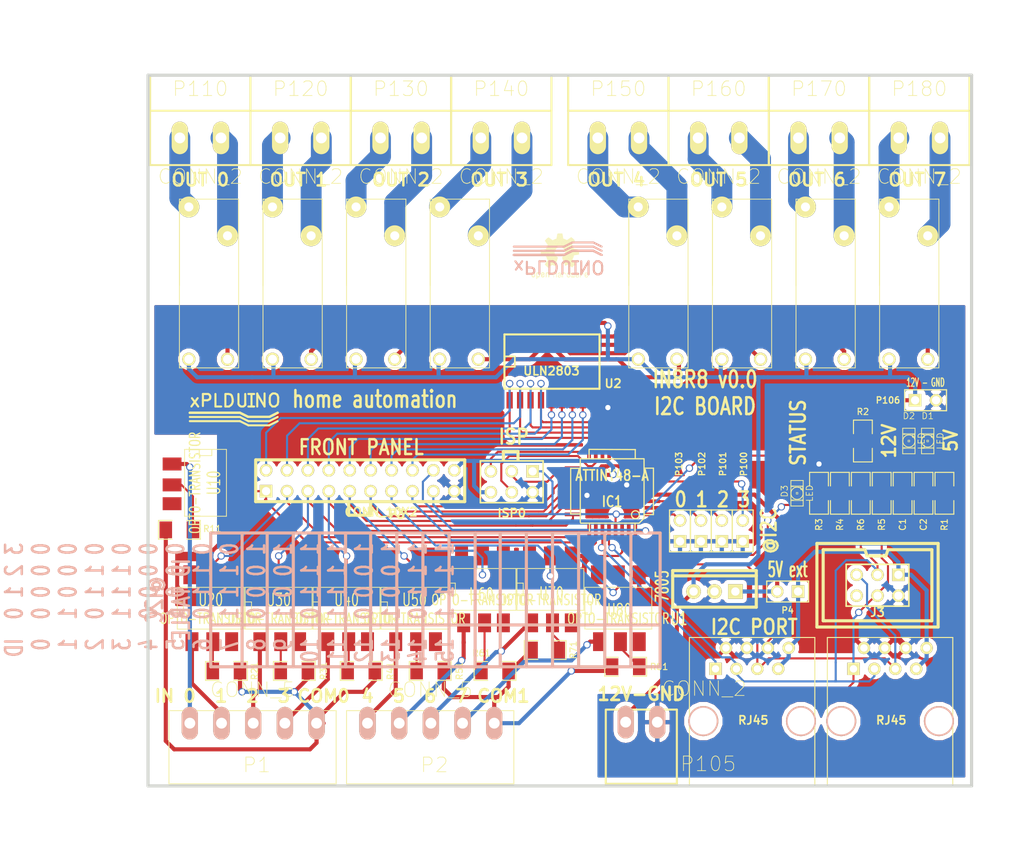
<source format=kicad_pcb>
(kicad_pcb (version 3) (host pcbnew "(2012-nov-02)-testing")
  (title_block (title "4in4out I2C board") (rev 0) (company "XPLDUINO project") (comment 1 "GNU GPL v2") (comment 2 "Domotic Open Source "))
  (layers (15 Dessus signal hide) (0 Dessous signal hide))
  (net 0 "")
  (net 1 +12V)
  (net 2 +5V)
  (net 3 /230_110_1)
  (net 4 /230_110_2)
  (net 5 /230_120_1)
  (net 6 /230_120_2)
  (net 7 /230_130_1)
  (net 8 /230_130_2)
  (net 9 /230_140_1)
  (net 10 /230_140_2)
  (net 11 /230_150_1)
  (net 12 /230_150_2)
  (net 13 /230_160_1)
  (net 14 /230_160_2)
  (net 15 /230_170_1)
  (net 16 /230_170_2)
  (net 17 /230_180_1)
  (net 18 /230_180_2)
  (net 19 /INT)
  (net 20 5V_EXT)
  (net 21 A0)
  (net 22 A1)
  (net 23 A2)
  (net 24 A3)
  (net 25 CMD0)
  (net 26 CMD1)
  (net 27 CMD2)
  (net 28 CMD3)
  (net 29 CMD4)
  (net 30 CMD5)
  (net 31 CMD6)
  (net 32 CMD7)
  (net 33 COM0)
  (net 34 COM1)
  (net 35 GND)
  (net 36 IN0)
  (net 37 IN1)
  (net 38 IN2)
  (net 39 IN3)
  (net 40 IN4)
  (net 41 IN5)
  (net 42 IN6)
  (net 43 IN7)
  (net 44 LED)
  (net 45 MISO)
  (net 46 MOSI)
  (net 47 N-0000049)
  (net 48 N-0000052)
  (net 49 N-0000055)
  (net 50 N-0000056)
  (net 51 N-0000062)
  (net 52 N-0000074)
  (net 53 N-0000075)
  (net 54 N-0000082)
  (net 55 N-0000085)
  (net 56 N-0000088)
  (net 57 N-0000089)
  (net 58 OUT0)
  (net 59 OUT1)
  (net 60 OUT2)
  (net 61 OUT3)
  (net 62 OUT4)
  (net 63 OUT5)
  (net 64 OUT6)
  (net 65 OUT7)
  (net 66 R0)
  (net 67 R1)
  (net 68 R2)
  (net 69 R3)
  (net 70 R4)
  (net 71 R5)
  (net 72 R6)
  (net 73 R7)
  (net 74 RESET)
  (net 75 SCK)
  (net 76 SCL)
  (net 77 SDA)
  (module SOIC18 (layer Dessus) (at 230.632 105.918)
    (fp_text reference U2)
    (fp_text value ULN2803)
    (pad 1 smd rect (at -5.08 4.7) (size 0.762 2) (layers Dessus Dessus.Pate Dessus.Masque) (net 58 OUT0))
    (pad 2 smd rect (at -3.81 4.699) (size 0.762 2) (layers Dessus Dessus.Pate Dessus.Masque) (net 59 OUT1))
    (pad 3 smd rect (at -2.54 4.699) (size 0.762 2) (layers Dessus Dessus.Pate Dessus.Masque) (net 60 OUT2))
    (pad 4 smd rect (at -1.27 4.699) (size 0.762 2) (layers Dessus Dessus.Pate Dessus.Masque) (net 61 OUT3))
    (pad 5 smd rect (at 0 4.699) (size 0.762 2) (layers Dessus Dessus.Pate Dessus.Masque) (net 62 OUT4))
    (pad 6 smd rect (at 1.27 4.699) (size 0.762 2) (layers Dessus Dessus.Pate Dessus.Masque) (net 63 OUT5))
    (pad 7 smd rect (at 2.54 4.699) (size 0.762 2) (layers Dessus Dessus.Pate Dessus.Masque) (net 64 OUT6))
    (pad 8 smd rect (at 3.81 4.699) (size 0.762 2) (layers Dessus Dessus.Pate Dessus.Masque) (net 65 OUT7))
    (pad 9 smd rect (at 5.08 4.699) (size 0.762 2) (layers Dessus Dessus.Pate Dessus.Masque) (net 35 GND))
    (pad 10 smd rect (at 5.08 -4.699) (size 0.762 2) (layers Dessus Dessus.Pate Dessus.Masque) (net 1 +12V))
    (pad 11 smd rect (at 3.81 -4.699) (size 0.762 2) (layers Dessus Dessus.Pate Dessus.Masque) (net 73 R7))
    (pad 12 smd rect (at 2.54 -4.699) (size 0.762 2) (layers Dessus Dessus.Pate Dessus.Masque) (net 72 R6))
    (pad 18 smd rect (at -5.08 -4.7) (size 0.762 2) (layers Dessus Dessus.Pate Dessus.Masque) (net 66 R0))
    (pad 17 smd rect (at -3.81 -4.699) (size 0.762 2) (layers Dessus Dessus.Pate Dessus.Masque) (net 67 R1))
    (pad 16 smd rect (at -2.54 -4.699) (size 0.762 2) (layers Dessus Dessus.Pate Dessus.Masque) (net 68 R2))
    (pad 15 smd rect (at -1.27 -4.699) (size 0.762 2) (layers Dessus Dessus.Pate Dessus.Masque) (net 69 R3))
    (pad 14 smd rect (at 0 -4.699) (size 0.762 2) (layers Dessus Dessus.Pate Dessus.Masque) (net 70 R4))
    (pad 13 smd rect (at 1.27 -4.699) (size 0.762 2) (layers Dessus Dessus.Pate Dessus.Masque) (net 71 R5))
  )
  (module pin_array_10x2 (layer Dessus) (at 209.931 120.396)
    (fp_text reference P3)
    (fp_text value CONN_10X2)
    (pad 1 thru_hole rect (at -13.97 1.27) (size 1.524 1.524) (drill 1.016) (layers *.Cu *.Mask Dessus.SilkS) (net 25 CMD0))
    (pad 2 thru_hole circle (at -13.97 -1.27) (size 1.524 1.524) (drill 1.016) (layers *.Cu *.Mask Dessus.SilkS) (net 58 OUT0))
    (pad 3 thru_hole circle (at -11.43 1.27) (size 1.524 1.524) (drill 1.016) (layers *.Cu *.Mask Dessus.SilkS) (net 26 CMD1))
    (pad 4 thru_hole circle (at -11.43 -1.27) (size 1.524 1.524) (drill 1.016) (layers *.Cu *.Mask Dessus.SilkS) (net 59 OUT1))
    (pad 5 thru_hole circle (at -8.89 1.27) (size 1.524 1.524) (drill 1.016) (layers *.Cu *.Mask Dessus.SilkS) (net 27 CMD2))
    (pad 6 thru_hole circle (at -8.89 -1.27) (size 1.524 1.524) (drill 1.016) (layers *.Cu *.Mask Dessus.SilkS) (net 60 OUT2))
    (pad 7 thru_hole circle (at -6.35 1.27) (size 1.524 1.524) (drill 1.016) (layers *.Cu *.Mask Dessus.SilkS) (net 28 CMD3))
    (pad 8 thru_hole circle (at -6.35 -1.27) (size 1.524 1.524) (drill 1.016) (layers *.Cu *.Mask Dessus.SilkS) (net 61 OUT3))
    (pad 9 thru_hole circle (at -3.81 1.27) (size 1.524 1.524) (drill 1.016) (layers *.Cu *.Mask Dessus.SilkS) (net 29 CMD4))
    (pad 10 thru_hole circle (at -3.81 -1.27) (size 1.524 1.524) (drill 1.016) (layers *.Cu *.Mask Dessus.SilkS) (net 62 OUT4))
    (pad 11 thru_hole circle (at -1.27 1.27) (size 1.524 1.524) (drill 1.016) (layers *.Cu *.Mask Dessus.SilkS) (net 30 CMD5))
    (pad 12 thru_hole circle (at -1.27 -1.27) (size 1.524 1.524) (drill 1.016) (layers *.Cu *.Mask Dessus.SilkS) (net 63 OUT5))
    (pad 13 thru_hole circle (at 1.27 1.27) (size 1.524 1.524) (drill 1.016) (layers *.Cu *.Mask Dessus.SilkS) (net 31 CMD6))
    (pad 14 thru_hole circle (at 1.27 -1.27) (size 1.524 1.524) (drill 1.016) (layers *.Cu *.Mask Dessus.SilkS) (net 64 OUT6))
    (pad 15 thru_hole circle (at 3.81 1.27) (size 1.524 1.524) (drill 1.016) (layers *.Cu *.Mask Dessus.SilkS) (net 32 CMD7))
    (pad 16 thru_hole circle (at 3.81 -1.27) (size 1.524 1.524) (drill 1.016) (layers *.Cu *.Mask Dessus.SilkS) (net 65 OUT7))
    (pad 17 thru_hole circle (at 6.35 1.27) (size 1.524 1.524) (drill 1.016) (layers *.Cu *.Mask Dessus.SilkS) (net 74 RESET))
    (pad 18 thru_hole circle (at 6.35 -1.27) (size 1.524 1.524) (drill 1.016) (layers *.Cu *.Mask Dessus.SilkS) (net 44 LED))
    (pad 19 thru_hole circle (at 8.89 1.27) (size 1.524 1.524) (drill 1.016) (layers *.Cu *.Mask Dessus.SilkS) (net 35 GND))
    (pad 20 thru_hole circle (at 8.89 -1.27) (size 1.524 1.524) (drill 1.016) (layers *.Cu *.Mask Dessus.SilkS) (net 2 +5V))
  )
  (module PIN_ARRAY_2X1 (layer Dessus) (at 259.334 133.858 180)
    (fp_text reference P4)
    (fp_text value CONN_2 hide)
    (pad 1 thru_hole rect (at -1.27 0 180) (size 1.524 1.524) (drill 1.016) (layers *.Cu *.Mask Dessus.SilkS) (net 20 5V_EXT))
    (pad 2 thru_hole circle (at 1.27 0 180) (size 1.524 1.524) (drill 1.016) (layers *.Cu *.Mask Dessus.SilkS) (net 2 +5V))
  )
  (module TQFP32 (layer Dessus) (at 237.998 121.666 180)
    (fp_text reference IC1)
    (fp_text value ATTINY48-A)
    (pad 8 smd rect (at -4.81584 2.77622 180) (size 1.99898 0.44958) (layers Dessus Dessus.Pate Dessus.Masque) (net 63 OUT5))
    (pad 7 smd rect (at -4.81584 1.97612 180) (size 1.99898 0.44958) (layers Dessus Dessus.Pate Dessus.Masque) (net 62 OUT4))
    (pad 6 smd rect (at -4.81584 1.17602 180) (size 1.99898 0.44958) (layers Dessus Dessus.Pate Dessus.Masque) (net 24 A3))
    (pad 5 smd rect (at -4.81584 0.37592 180) (size 1.99898 0.44958) (layers Dessus Dessus.Pate Dessus.Masque) (net 35 GND))
    (pad 4 smd rect (at -4.81584 -0.42418 180) (size 1.99898 0.44958) (layers Dessus Dessus.Pate Dessus.Masque) (net 2 +5V))
    (pad 3 smd rect (at -4.81584 -1.22428 180) (size 1.99898 0.44958) (layers Dessus Dessus.Pate Dessus.Masque) (net 23 A2))
    (pad 2 smd rect (at -4.81584 -2.02438 180) (size 1.99898 0.44958) (layers Dessus Dessus.Pate Dessus.Masque) (net 22 A1))
    (pad 1 smd rect (at -4.81584 -2.82448 180) (size 1.99898 0.44958) (layers Dessus Dessus.Pate Dessus.Masque) (net 21 A0))
    (pad 24 smd rect (at 4.7498 -2.8194 180) (size 1.99898 0.44958) (layers Dessus Dessus.Pate Dessus.Masque) (net 28 CMD3))
    (pad 17 smd rect (at 4.7498 2.794 180) (size 1.99898 0.44958) (layers Dessus Dessus.Pate Dessus.Masque) (net 75 SCK))
    (pad 18 smd rect (at 4.7498 1.9812 180) (size 1.99898 0.44958) (layers Dessus Dessus.Pate Dessus.Masque) (net 2 +5V))
    (pad 19 smd rect (at 4.7498 1.1684 180) (size 1.99898 0.44958) (layers Dessus Dessus.Pate Dessus.Masque) (net 32 CMD7))
    (pad 20 smd rect (at 4.7498 0.381 180) (size 1.99898 0.44958) (layers Dessus Dessus.Pate Dessus.Masque) (net 31 CMD6))
    (pad 21 smd rect (at 4.7498 -0.4318 180) (size 1.99898 0.44958) (layers Dessus Dessus.Pate Dessus.Masque) (net 35 GND))
    (pad 22 smd rect (at 4.7498 -1.2192 180) (size 1.99898 0.44958) (layers Dessus Dessus.Pate Dessus.Masque) (net 30 CMD5))
    (pad 23 smd rect (at 4.7498 -2.032 180) (size 1.99898 0.44958) (layers Dessus Dessus.Pate Dessus.Masque) (net 29 CMD4))
    (pad 32 smd rect (at -2.82448 -4.826 180) (size 0.44958 1.99898) (layers Dessus Dessus.Pate Dessus.Masque) (net 44 LED))
    (pad 31 smd rect (at -2.02692 -4.826 180) (size 0.44958 1.99898) (layers Dessus Dessus.Pate Dessus.Masque) (net 19 /INT))
    (pad 30 smd rect (at -1.22428 -4.826 180) (size 0.44958 1.99898) (layers Dessus Dessus.Pate Dessus.Masque) (net 25 CMD0))
    (pad 29 smd rect (at -0.42672 -4.826 180) (size 0.44958 1.99898) (layers Dessus Dessus.Pate Dessus.Masque) (net 74 RESET))
    (pad 28 smd rect (at 0.37592 -4.826 180) (size 0.44958 1.99898) (layers Dessus Dessus.Pate Dessus.Masque) (net 76 SCL))
    (pad 27 smd rect (at 1.17348 -4.826 180) (size 0.44958 1.99898) (layers Dessus Dessus.Pate Dessus.Masque) (net 77 SDA))
    (pad 26 smd rect (at 1.97612 -4.826 180) (size 0.44958 1.99898) (layers Dessus Dessus.Pate Dessus.Masque) (net 26 CMD1))
    (pad 25 smd rect (at 2.77368 -4.826 180) (size 0.44958 1.99898) (layers Dessus Dessus.Pate Dessus.Masque) (net 27 CMD2))
    (pad 9 smd rect (at -2.8194 4.7752 180) (size 0.44958 1.99898) (layers Dessus Dessus.Pate Dessus.Masque) (net 64 OUT6))
    (pad 10 smd rect (at -2.032 4.7752 180) (size 0.44958 1.99898) (layers Dessus Dessus.Pate Dessus.Masque) (net 65 OUT7))
    (pad 11 smd rect (at -1.2192 4.7752 180) (size 0.44958 1.99898) (layers Dessus Dessus.Pate Dessus.Masque) (net 61 OUT3))
    (pad 12 smd rect (at -0.4318 4.7752 180) (size 0.44958 1.99898) (layers Dessus Dessus.Pate Dessus.Masque) (net 60 OUT2))
    (pad 13 smd rect (at 0.3556 4.7752 180) (size 0.44958 1.99898) (layers Dessus Dessus.Pate Dessus.Masque) (net 59 OUT1))
    (pad 14 smd rect (at 1.1684 4.7752 180) (size 0.44958 1.99898) (layers Dessus Dessus.Pate Dessus.Masque) (net 58 OUT0))
    (pad 15 smd rect (at 1.9812 4.7752 180) (size 0.44958 1.99898) (layers Dessus Dessus.Pate Dessus.Masque) (net 46 MOSI))
    (pad 16 smd rect (at 2.794 4.7752 180) (size 0.44958 1.99898) (layers Dessus Dessus.Pate Dessus.Masque) (net 45 MISO))
  )
  (module CMS-6 (layer Dessus) (at 230.505 133.604)
    (fp_text reference U70)
    (fp_text value OPTO-TRANSISTOR)
    (pad 1 smd rect (at -2.286 4.064) (size 1.5748 2.286) (layers Dessus Dessus.Pate Dessus.Masque) (net 42 IN6))
    (pad 2 smd rect (at 0.254 4.064) (size 1.5748 2.286) (layers Dessus Dessus.Pate Dessus.Masque) (net 47 N-0000049))
    (pad 3 smd rect (at 2.54 4.064) (size 1.5748 2.286) (layers Dessus Dessus.Pate Dessus.Masque))
    (pad 4 smd rect (at 2.54 -4.064) (size 1.5748 2.286) (layers Dessus Dessus.Pate Dessus.Masque) (net 35 GND))
    (pad 5 smd rect (at 0 -4.064) (size 1.5748 2.286) (layers Dessus Dessus.Pate Dessus.Masque) (net 31 CMD6))
    (pad 6 smd rect (at -2.54 -4.064) (size 1.5748 2.286) (layers Dessus Dessus.Pate Dessus.Masque))
  )
  (module CMS-6 (layer Dessus) (at 238.76 135.89)
    (fp_text reference U80)
    (fp_text value OPTO-TRANSISTOR)
    (pad 1 smd rect (at -2.286 4.064) (size 1.5748 2.286) (layers Dessus Dessus.Pate Dessus.Masque) (net 43 IN7))
    (pad 2 smd rect (at 0.254 4.064) (size 1.5748 2.286) (layers Dessus Dessus.Pate Dessus.Masque) (net 48 N-0000052))
    (pad 3 smd rect (at 2.54 4.064) (size 1.5748 2.286) (layers Dessus Dessus.Pate Dessus.Masque))
    (pad 4 smd rect (at 2.54 -4.064) (size 1.5748 2.286) (layers Dessus Dessus.Pate Dessus.Masque) (net 35 GND))
    (pad 5 smd rect (at 0 -4.064) (size 1.5748 2.286) (layers Dessus Dessus.Pate Dessus.Masque) (net 32 CMD7))
    (pad 6 smd rect (at -2.54 -4.064) (size 1.5748 2.286) (layers Dessus Dessus.Pate Dessus.Masque))
  )
  (module CMS-6 (layer Dessus) (at 222.25 133.604)
    (fp_text reference U60)
    (fp_text value OPTO-TRANSISTOR)
    (pad 1 smd rect (at -2.286 4.064) (size 1.5748 2.286) (layers Dessus Dessus.Pate Dessus.Masque) (net 41 IN5))
    (pad 2 smd rect (at 0.254 4.064) (size 1.5748 2.286) (layers Dessus Dessus.Pate Dessus.Masque) (net 51 N-0000062))
    (pad 3 smd rect (at 2.54 4.064) (size 1.5748 2.286) (layers Dessus Dessus.Pate Dessus.Masque))
    (pad 4 smd rect (at 2.54 -4.064) (size 1.5748 2.286) (layers Dessus Dessus.Pate Dessus.Masque) (net 35 GND))
    (pad 5 smd rect (at 0 -4.064) (size 1.5748 2.286) (layers Dessus Dessus.Pate Dessus.Masque) (net 30 CMD5))
    (pad 6 smd rect (at -2.54 -4.064) (size 1.5748 2.286) (layers Dessus Dessus.Pate Dessus.Masque))
  )
  (module CMS-6 (layer Dessus) (at 213.995 135.89)
    (fp_text reference U50)
    (fp_text value OPTO-TRANSISTOR)
    (pad 1 smd rect (at -2.286 4.064) (size 1.5748 2.286) (layers Dessus Dessus.Pate Dessus.Masque) (net 40 IN4))
    (pad 2 smd rect (at 0.254 4.064) (size 1.5748 2.286) (layers Dessus Dessus.Pate Dessus.Masque) (net 49 N-0000055))
    (pad 3 smd rect (at 2.54 4.064) (size 1.5748 2.286) (layers Dessus Dessus.Pate Dessus.Masque))
    (pad 4 smd rect (at 2.54 -4.064) (size 1.5748 2.286) (layers Dessus Dessus.Pate Dessus.Masque) (net 35 GND))
    (pad 5 smd rect (at 0 -4.064) (size 1.5748 2.286) (layers Dessus Dessus.Pate Dessus.Masque) (net 29 CMD4))
    (pad 6 smd rect (at -2.54 -4.064) (size 1.5748 2.286) (layers Dessus Dessus.Pate Dessus.Masque))
  )
  (module CMS-6 (layer Dessus) (at 205.74 135.89)
    (fp_text reference U40)
    (fp_text value OPTO-TRANSISTOR)
    (pad 1 smd rect (at -2.286 4.064) (size 1.5748 2.286) (layers Dessus Dessus.Pate Dessus.Masque) (net 39 IN3))
    (pad 2 smd rect (at 0.254 4.064) (size 1.5748 2.286) (layers Dessus Dessus.Pate Dessus.Masque) (net 50 N-0000056))
    (pad 3 smd rect (at 2.54 4.064) (size 1.5748 2.286) (layers Dessus Dessus.Pate Dessus.Masque))
    (pad 4 smd rect (at 2.54 -4.064) (size 1.5748 2.286) (layers Dessus Dessus.Pate Dessus.Masque) (net 35 GND))
    (pad 5 smd rect (at 0 -4.064) (size 1.5748 2.286) (layers Dessus Dessus.Pate Dessus.Masque) (net 28 CMD3))
    (pad 6 smd rect (at -2.54 -4.064) (size 1.5748 2.286) (layers Dessus Dessus.Pate Dessus.Masque))
  )
  (module CMS-6 (layer Dessus) (at 197.485 135.89)
    (fp_text reference U30)
    (fp_text value OPTO-TRANSISTOR)
    (pad 1 smd rect (at -2.286 4.064) (size 1.5748 2.286) (layers Dessus Dessus.Pate Dessus.Masque) (net 38 IN2))
    (pad 2 smd rect (at 0.254 4.064) (size 1.5748 2.286) (layers Dessus Dessus.Pate Dessus.Masque) (net 55 N-0000085))
    (pad 3 smd rect (at 2.54 4.064) (size 1.5748 2.286) (layers Dessus Dessus.Pate Dessus.Masque))
    (pad 4 smd rect (at 2.54 -4.064) (size 1.5748 2.286) (layers Dessus Dessus.Pate Dessus.Masque) (net 35 GND))
    (pad 5 smd rect (at 0 -4.064) (size 1.5748 2.286) (layers Dessus Dessus.Pate Dessus.Masque) (net 27 CMD2))
    (pad 6 smd rect (at -2.54 -4.064) (size 1.5748 2.286) (layers Dessus Dessus.Pate Dessus.Masque))
  )
  (module CMS-6 (layer Dessus) (at 189.23 135.89)
    (fp_text reference U20)
    (fp_text value OPTO-TRANSISTOR)
    (pad 1 smd rect (at -2.286 4.064) (size 1.5748 2.286) (layers Dessus Dessus.Pate Dessus.Masque) (net 37 IN1))
    (pad 2 smd rect (at 0.254 4.064) (size 1.5748 2.286) (layers Dessus Dessus.Pate Dessus.Masque) (net 54 N-0000082))
    (pad 3 smd rect (at 2.54 4.064) (size 1.5748 2.286) (layers Dessus Dessus.Pate Dessus.Masque))
    (pad 4 smd rect (at 2.54 -4.064) (size 1.5748 2.286) (layers Dessus Dessus.Pate Dessus.Masque) (net 35 GND))
    (pad 5 smd rect (at 0 -4.064) (size 1.5748 2.286) (layers Dessus Dessus.Pate Dessus.Masque) (net 26 CMD1))
    (pad 6 smd rect (at -2.54 -4.064) (size 1.5748 2.286) (layers Dessus Dessus.Pate Dessus.Masque))
  )
  (module MOL_CONN_5_MINI (layer Dessus) (at 208.28 149.86)
    (fp_text reference P2)
    (fp_text value CONN_5)
    (pad 1 thru_hole oval (at 0 0) (size 1.9812 3.9624) (drill 1.320799) (layers *.Cu *.SilkS *.Mask Dessus.Pate) (net 40 IN4))
    (pad 2 thru_hole oval (at 3.85 0) (size 1.9812 3.9624) (drill 1.320799) (layers *.Cu *.SilkS *.Mask Dessus.Pate) (net 41 IN5))
    (pad 3 thru_hole oval (at 7.7 0) (size 1.9812 3.9624) (drill 1.320799) (layers *.Cu *.SilkS *.Mask Dessus.Pate) (net 42 IN6))
    (pad 4 thru_hole oval (at 11.55 0) (size 1.9812 3.9624) (drill 1.320799) (layers *.Cu *.SilkS *.Mask Dessus.Pate) (net 43 IN7))
    (pad 5 thru_hole oval (at 15.4 0) (size 1.9812 3.9624) (drill 1.320799) (layers *.Cu *.SilkS *.Mask Dessus.Pate) (net 34 COM1))
  )
  (module MOL_CONN_5_MINI (layer Dessus) (at 186.69 149.86)
    (fp_text reference P1)
    (fp_text value CONN_5)
    (pad 1 thru_hole oval (at 0 0) (size 1.9812 3.9624) (drill 1.320799) (layers *.Cu *.SilkS *.Mask Dessus.Pate) (net 36 IN0))
    (pad 2 thru_hole oval (at 3.85 0) (size 1.9812 3.9624) (drill 1.320799) (layers *.Cu *.SilkS *.Mask Dessus.Pate) (net 37 IN1))
    (pad 3 thru_hole oval (at 7.7 0) (size 1.9812 3.9624) (drill 1.320799) (layers *.Cu *.SilkS *.Mask Dessus.Pate) (net 38 IN2))
    (pad 4 thru_hole oval (at 11.55 0) (size 1.9812 3.9624) (drill 1.320799) (layers *.Cu *.SilkS *.Mask Dessus.Pate) (net 39 IN3))
    (pad 5 thru_hole oval (at 15.4 0) (size 1.9812 3.9624) (drill 1.320799) (layers *.Cu *.SilkS *.Mask Dessus.Pate) (net 33 COM0))
  )
  (module HE10-6 (layer Dessus) (at 270.256 133.096 180)
    (fp_text reference J3)
    (fp_text value CONN_6 hide)
    (pad 1 thru_hole rect (at -2.54 1.27 180) (size 1.524 1.524) (drill 1.016) (layers *.Cu *.Mask Dessus.SilkS) (net 20 5V_EXT))
    (pad 2 thru_hole circle (at -2.54 -1.27 180) (size 1.524 1.524) (drill 1.016) (layers *.Cu *.Mask Dessus.SilkS) (net 35 GND))
    (pad 3 thru_hole circle (at 0 1.27 180) (size 1.524 1.524) (drill 1.016) (layers *.Cu *.Mask Dessus.SilkS) (net 76 SCL))
    (pad 4 thru_hole circle (at 0 -1.27 180) (size 1.524 1.524) (drill 1.016) (layers *.Cu *.Mask Dessus.SilkS) (net 77 SDA))
    (pad 5 thru_hole circle (at 2.54 1.27 180) (size 1.524 1.524) (drill 1.016) (layers *.Cu *.Mask Dessus.SilkS) (net 19 /INT))
    (pad 6 thru_hole circle (at 2.54 -1.27 180) (size 1.524 1.524) (drill 1.016) (layers *.Cu *.Mask Dessus.SilkS))
  )
  (module LED-1206 (layer Dessus) (at 276.352 115.57 90)
    (fp_text reference D1)
    (fp_text value LED)
    (pad 1 smd rect (at -1.41986 0 90) (size 1.59766 1.80086) (layers Dessus Dessus.Pate Dessus.Masque) (net 57 N-0000089))
    (pad 2 smd rect (at 1.41986 0 90) (size 1.59766 1.80086) (layers Dessus Dessus.Pate Dessus.Masque) (net 35 GND))
  )
  (module LED-1206 (layer Dessus) (at 274.066 115.57 90)
    (fp_text reference D2)
    (fp_text value LED)
    (pad 1 smd rect (at -1.41986 0 90) (size 1.59766 1.80086) (layers Dessus Dessus.Pate Dessus.Masque) (net 56 N-0000088))
    (pad 2 smd rect (at 1.41986 0 90) (size 1.59766 1.80086) (layers Dessus Dessus.Pate Dessus.Masque) (net 35 GND))
  )
  (module LED-1206 (layer Dessus) (at 260.477 121.92 90)
    (fp_text reference D3)
    (fp_text value LED)
    (pad 1 smd rect (at -1.41986 0 90) (size 1.59766 1.80086) (layers Dessus Dessus.Pate Dessus.Masque) (net 44 LED))
    (pad 2 smd rect (at 1.41986 0 90) (size 1.59766 1.80086) (layers Dessus Dessus.Pate Dessus.Masque) (net 52 N-0000074))
  )
  (module MOL_CONN_2_VH (layer Dessus) (at 224.536 78.74 180)
    (fp_text reference P140)
    (fp_text value CONN_2)
    (pad 1 thru_hole oval (at -2.5146 0 180) (size 1.9812 3.9624) (drill 1.320799) (layers *.Cu *.Mask Dessus.Pate Dessus.SilkS) (net 9 /230_140_1))
    (pad 2 thru_hole oval (at 2.4892 0 180) (size 1.9812 3.9624) (drill 1.320799) (layers *.Cu *.Mask Dessus.Pate Dessus.SilkS) (net 10 /230_140_2))
  )
  (module MOL_CONN_2_VH (layer Dessus) (at 212.344 78.74 180)
    (fp_text reference P130)
    (fp_text value CONN_2)
    (pad 1 thru_hole oval (at -2.5146 0 180) (size 1.9812 3.9624) (drill 1.320799) (layers *.Cu *.Mask Dessus.Pate Dessus.SilkS) (net 7 /230_130_1))
    (pad 2 thru_hole oval (at 2.4892 0 180) (size 1.9812 3.9624) (drill 1.320799) (layers *.Cu *.Mask Dessus.Pate Dessus.SilkS) (net 8 /230_130_2))
  )
  (module MOL_CONN_2_VH (layer Dessus) (at 200.152 78.74 180)
    (fp_text reference P120)
    (fp_text value CONN_2)
    (pad 1 thru_hole oval (at -2.5146 0 180) (size 1.9812 3.9624) (drill 1.320799) (layers *.Cu *.Mask Dessus.Pate Dessus.SilkS) (net 5 /230_120_1))
    (pad 2 thru_hole oval (at 2.4892 0 180) (size 1.9812 3.9624) (drill 1.320799) (layers *.Cu *.Mask Dessus.Pate Dessus.SilkS) (net 6 /230_120_2))
  )
  (module MOL_CONN_2_VH (layer Dessus) (at 238.76 78.74 180)
    (fp_text reference P150)
    (fp_text value CONN_2)
    (pad 1 thru_hole oval (at -2.5146 0 180) (size 1.9812 3.9624) (drill 1.320799) (layers *.Cu *.Mask Dessus.Pate Dessus.SilkS) (net 11 /230_150_1))
    (pad 2 thru_hole oval (at 2.4892 0 180) (size 1.9812 3.9624) (drill 1.320799) (layers *.Cu *.Mask Dessus.Pate Dessus.SilkS) (net 12 /230_150_2))
  )
  (module MOL_CONN_2_VH (layer Dessus) (at 187.96 78.74 180)
    (fp_text reference P110)
    (fp_text value CONN_2)
    (pad 1 thru_hole oval (at -2.5146 0 180) (size 1.9812 3.9624) (drill 1.320799) (layers *.Cu *.Mask Dessus.Pate Dessus.SilkS) (net 3 /230_110_1))
    (pad 2 thru_hole oval (at 2.4892 0 180) (size 1.9812 3.9624) (drill 1.320799) (layers *.Cu *.Mask Dessus.Pate Dessus.SilkS) (net 4 /230_110_2))
  )
  (module MOL_CONN_2_VH (layer Dessus) (at 250.952 78.74 180)
    (fp_text reference P160)
    (fp_text value CONN_2)
    (pad 1 thru_hole oval (at -2.5146 0 180) (size 1.9812 3.9624) (drill 1.320799) (layers *.Cu *.Mask Dessus.Pate Dessus.SilkS) (net 13 /230_160_1))
    (pad 2 thru_hole oval (at 2.4892 0 180) (size 1.9812 3.9624) (drill 1.320799) (layers *.Cu *.Mask Dessus.Pate Dessus.SilkS) (net 14 /230_160_2))
  )
  (module MOL_CONN_2_VH (layer Dessus) (at 275.336 78.74 180)
    (fp_text reference P180)
    (fp_text value CONN_2)
    (pad 1 thru_hole oval (at -2.5146 0 180) (size 1.9812 3.9624) (drill 1.320799) (layers *.Cu *.Mask Dessus.Pate Dessus.SilkS) (net 17 /230_180_1))
    (pad 2 thru_hole oval (at 2.4892 0 180) (size 1.9812 3.9624) (drill 1.320799) (layers *.Cu *.Mask Dessus.Pate Dessus.SilkS) (net 18 /230_180_2))
  )
  (module MOL_CONN_2_VH (layer Dessus) (at 263.144 78.74 180)
    (fp_text reference P170)
    (fp_text value CONN_2)
    (pad 1 thru_hole oval (at -2.5146 0 180) (size 1.9812 3.9624) (drill 1.320799) (layers *.Cu *.Mask Dessus.Pate Dessus.SilkS) (net 15 /230_170_1))
    (pad 2 thru_hole oval (at 2.4892 0 180) (size 1.9812 3.9624) (drill 1.320799) (layers *.Cu *.Mask Dessus.Pate Dessus.SilkS) (net 16 /230_170_2))
  )
  (module PIN_ARRAY_2X1 (layer Dessus) (at 253.873 126.492 90)
    (fp_text reference P100)
    (fp_text value CONN_2 hide)
    (pad 1 thru_hole rect (at -1.27 0 90) (size 1.524 1.524) (drill 1.016) (layers *.Cu *.Mask Dessus.SilkS) (net 35 GND))
    (pad 2 thru_hole circle (at 1.27 0 90) (size 1.524 1.524) (drill 1.016) (layers *.Cu *.Mask Dessus.SilkS) (net 24 A3))
  )
  (module PIN_ARRAY_2X1 (layer Dessus) (at 251.333 126.492 90)
    (fp_text reference P101)
    (fp_text value CONN_2 hide)
    (pad 1 thru_hole rect (at -1.27 0 90) (size 1.524 1.524) (drill 1.016) (layers *.Cu *.Mask Dessus.SilkS) (net 35 GND))
    (pad 2 thru_hole circle (at 1.27 0 90) (size 1.524 1.524) (drill 1.016) (layers *.Cu *.Mask Dessus.SilkS) (net 23 A2))
  )
  (module PIN_ARRAY_2X1 (layer Dessus) (at 246.253 126.492 90)
    (fp_text reference P103)
    (fp_text value CONN_2 hide)
    (pad 1 thru_hole rect (at -1.27 0 90) (size 1.524 1.524) (drill 1.016) (layers *.Cu *.Mask Dessus.SilkS) (net 35 GND))
    (pad 2 thru_hole circle (at 1.27 0 90) (size 1.524 1.524) (drill 1.016) (layers *.Cu *.Mask Dessus.SilkS) (net 21 A0))
  )
  (module PIN_ARRAY_2X1 (layer Dessus) (at 276.098 110.617)
    (fp_text reference P106)
    (fp_text value CONN_2 hide)
    (pad 1 thru_hole rect (at -1.27 0) (size 1.524 1.524) (drill 1.016) (layers *.Cu *.Mask Dessus.SilkS) (net 1 +12V))
    (pad 2 thru_hole circle (at 1.27 0) (size 1.524 1.524) (drill 1.016) (layers *.Cu *.Mask Dessus.SilkS) (net 35 GND))
  )
  (module PIN_ARRAY_2X1 (layer Dessus) (at 248.793 126.492 90)
    (fp_text reference P102)
    (fp_text value CONN_2 hide)
    (pad 1 thru_hole rect (at -1.27 0 90) (size 1.524 1.524) (drill 1.016) (layers *.Cu *.Mask Dessus.SilkS) (net 35 GND))
    (pad 2 thru_hole circle (at 1.27 0 90) (size 1.524 1.524) (drill 1.016) (layers *.Cu *.Mask Dessus.SilkS) (net 22 A1))
  )
  (module RJ45_8 (layer Dessus) (at 255.016 149.606)
    (fp_text reference J2)
    (fp_text value RJ45)
    (pad Hole np_thru_hole circle (at 5.93852 0) (size 3.64998 3.64998) (drill 3.251199) (layers *.Cu *.SilkS *.Mask))
    (pad Hole np_thru_hole circle (at -5.9309 0) (size 3.64998 3.64998) (drill 3.251199) (layers *.Cu *.SilkS *.Mask))
    (pad 1 thru_hole rect (at -4.445 -6.35) (size 1.50114 1.50114) (drill 0.899159) (layers *.Cu *.Mask Dessus.SilkS) (net 77 SDA))
    (pad 2 thru_hole circle (at -3.175 -8.89) (size 1.50114 1.50114) (drill 0.899159) (layers *.Cu *.Mask Dessus.SilkS) (net 35 GND))
    (pad 3 thru_hole circle (at -1.905 -6.35) (size 1.50114 1.50114) (drill 0.899159) (layers *.Cu *.Mask Dessus.SilkS) (net 76 SCL))
    (pad 4 thru_hole circle (at -0.635 -8.89) (size 1.50114 1.50114) (drill 0.899159) (layers *.Cu *.Mask Dessus.SilkS) (net 35 GND))
    (pad 5 thru_hole circle (at 0.635 -6.35) (size 1.50114 1.50114) (drill 0.899159) (layers *.Cu *.Mask Dessus.SilkS) (net 19 /INT))
    (pad 6 thru_hole circle (at 1.905 -8.89) (size 1.50114 1.50114) (drill 0.899159) (layers *.Cu *.Mask Dessus.SilkS) (net 35 GND))
    (pad 7 thru_hole circle (at 3.175 -6.35) (size 1.50114 1.50114) (drill 0.899159) (layers *.Cu *.Mask Dessus.SilkS) (net 20 5V_EXT))
    (pad 8 thru_hole circle (at 4.445 -8.89) (size 1.50114 1.50114) (drill 0.899159) (layers *.Cu *.Mask Dessus.SilkS) (net 20 5V_EXT))
  )
  (module RJ45_8 (layer Dessus) (at 271.78 149.606)
    (fp_text reference J1)
    (fp_text value RJ45)
    (pad Hole np_thru_hole circle (at 5.93852 0) (size 3.64998 3.64998) (drill 3.251199) (layers *.Cu *.SilkS *.Mask))
    (pad Hole np_thru_hole circle (at -5.9309 0) (size 3.64998 3.64998) (drill 3.251199) (layers *.Cu *.SilkS *.Mask))
    (pad 1 thru_hole rect (at -4.445 -6.35) (size 1.50114 1.50114) (drill 0.899159) (layers *.Cu *.Mask Dessus.SilkS) (net 77 SDA))
    (pad 2 thru_hole circle (at -3.175 -8.89) (size 1.50114 1.50114) (drill 0.899159) (layers *.Cu *.Mask Dessus.SilkS) (net 35 GND))
    (pad 3 thru_hole circle (at -1.905 -6.35) (size 1.50114 1.50114) (drill 0.899159) (layers *.Cu *.Mask Dessus.SilkS) (net 76 SCL))
    (pad 4 thru_hole circle (at -0.635 -8.89) (size 1.50114 1.50114) (drill 0.899159) (layers *.Cu *.Mask Dessus.SilkS) (net 35 GND))
    (pad 5 thru_hole circle (at 0.635 -6.35) (size 1.50114 1.50114) (drill 0.899159) (layers *.Cu *.Mask Dessus.SilkS) (net 19 /INT))
    (pad 6 thru_hole circle (at 1.905 -8.89) (size 1.50114 1.50114) (drill 0.899159) (layers *.Cu *.Mask Dessus.SilkS) (net 35 GND))
    (pad 7 thru_hole circle (at 3.175 -6.35) (size 1.50114 1.50114) (drill 0.899159) (layers *.Cu *.Mask Dessus.SilkS) (net 20 5V_EXT))
    (pad 8 thru_hole circle (at 4.445 -8.89) (size 1.50114 1.50114) (drill 0.899159) (layers *.Cu *.Mask Dessus.SilkS) (net 20 5V_EXT))
  )
  (module SM1206 (layer Dessus) (at 215.9 143.51)
    (fp_text reference R51)
    (fp_text value 2KR hide)
    (pad 1 smd rect (at -1.651 0) (size 1.524 2.032) (layers Dessus Dessus.Pate Dessus.Masque) (net 49 N-0000055))
    (pad 2 smd rect (at 1.651 0) (size 1.524 2.032) (layers Dessus Dessus.Pate Dessus.Masque) (net 34 COM1))
  )
  (module SM1206 (layer Dessus) (at 265.684 121.92 90)
    (fp_text reference R4)
    (fp_text value 10KR hide)
    (pad 1 smd rect (at -1.651 0 90) (size 1.524 2.032) (layers Dessus Dessus.Pate Dessus.Masque) (net 2 +5V))
    (pad 2 smd rect (at 1.651 0 90) (size 1.524 2.032) (layers Dessus Dessus.Pate Dessus.Masque) (net 74 RESET))
  )
  (module SM1206 (layer Dessus) (at 263.144 121.92 90)
    (fp_text reference R3)
    (fp_text value 2KR hide)
    (pad 1 smd rect (at -1.651 0 90) (size 1.524 2.032) (layers Dessus Dessus.Pate Dessus.Masque) (net 52 N-0000074))
    (pad 2 smd rect (at 1.651 0 90) (size 1.524 2.032) (layers Dessus Dessus.Pate Dessus.Masque) (net 35 GND))
  )
  (module SM1206 (layer Dessus) (at 275.844 121.92 90)
    (fp_text reference C2)
    (fp_text value C hide)
    (pad 1 smd rect (at -1.651 0 90) (size 1.524 2.032) (layers Dessus Dessus.Pate Dessus.Masque) (net 2 +5V))
    (pad 2 smd rect (at 1.651 0 90) (size 1.524 2.032) (layers Dessus Dessus.Pate Dessus.Masque) (net 35 GND))
  )
  (module SM1206 (layer Dessus) (at 273.304 121.92 90)
    (fp_text reference C1)
    (fp_text value C hide)
    (pad 1 smd rect (at -1.651 0 90) (size 1.524 2.032) (layers Dessus Dessus.Pate Dessus.Masque) (net 2 +5V))
    (pad 2 smd rect (at 1.651 0 90) (size 1.524 2.032) (layers Dessus Dessus.Pate Dessus.Masque) (net 35 GND))
  )
  (module SM1206 (layer Dessus) (at 268.478 115.57 270)
    (fp_text reference R2)
    (fp_text value 4.7KR hide)
    (pad 1 smd rect (at -1.651 0 270) (size 1.524 2.032) (layers Dessus Dessus.Pate Dessus.Masque) (net 1 +12V))
    (pad 2 smd rect (at 1.651 0 270) (size 1.524 2.032) (layers Dessus Dessus.Pate Dessus.Masque) (net 56 N-0000088))
  )
  (module SM1206 (layer Dessus) (at 199.39 143.51)
    (fp_text reference R31)
    (fp_text value 2KR hide)
    (pad 1 smd rect (at -1.651 0) (size 1.524 2.032) (layers Dessus Dessus.Pate Dessus.Masque) (net 55 N-0000085))
    (pad 2 smd rect (at 1.651 0) (size 1.524 2.032) (layers Dessus Dessus.Pate Dessus.Masque) (net 33 COM0))
  )
  (module SM1206 (layer Dessus) (at 278.384 121.92 90)
    (fp_text reference R1)
    (fp_text value 2KR hide)
    (pad 1 smd rect (at -1.651 0 90) (size 1.524 2.032) (layers Dessus Dessus.Pate Dessus.Masque) (net 2 +5V))
    (pad 2 smd rect (at 1.651 0 90) (size 1.524 2.032) (layers Dessus Dessus.Pate Dessus.Masque) (net 57 N-0000089))
  )
  (module SM1206 (layer Dessus) (at 191.135 143.51)
    (fp_text reference R21)
    (fp_text value 2KR hide)
    (pad 1 smd rect (at -1.651 0) (size 1.524 2.032) (layers Dessus Dessus.Pate Dessus.Masque) (net 54 N-0000082))
    (pad 2 smd rect (at 1.651 0) (size 1.524 2.032) (layers Dessus Dessus.Pate Dessus.Masque) (net 33 COM0))
  )
  (module SM1206 (layer Dessus) (at 207.518 143.51)
    (fp_text reference R41)
    (fp_text value 2KR hide)
    (pad 1 smd rect (at -1.651 0) (size 1.524 2.032) (layers Dessus Dessus.Pate Dessus.Masque) (net 50 N-0000056))
    (pad 2 smd rect (at 1.651 0) (size 1.524 2.032) (layers Dessus Dessus.Pate Dessus.Masque) (net 33 COM0))
  )
  (module SM1206 (layer Dessus) (at 239.649 143.002 180)
    (fp_text reference R81)
    (fp_text value 2KR hide)
    (pad 1 smd rect (at -1.651 0 180) (size 1.524 2.032) (layers Dessus Dessus.Pate Dessus.Masque) (net 48 N-0000052))
    (pad 2 smd rect (at 1.651 0 180) (size 1.524 2.032) (layers Dessus Dessus.Pate Dessus.Masque) (net 34 COM1))
  )
  (module SM1206 (layer Dessus) (at 223.774 143.51)
    (fp_text reference R61)
    (fp_text value 2KR hide)
    (pad 1 smd rect (at -1.651 0) (size 1.524 2.032) (layers Dessus Dessus.Pate Dessus.Masque) (net 51 N-0000062))
    (pad 2 smd rect (at 1.651 0) (size 1.524 2.032) (layers Dessus Dessus.Pate Dessus.Masque) (net 34 COM1))
  )
  (module SM1206 (layer Dessus) (at 229.87 140.97 180)
    (fp_text reference R71)
    (fp_text value 2KR hide)
    (pad 1 smd rect (at -1.651 0 180) (size 1.524 2.032) (layers Dessus Dessus.Pate Dessus.Masque) (net 47 N-0000049))
    (pad 2 smd rect (at 1.651 0 180) (size 1.524 2.032) (layers Dessus Dessus.Pate Dessus.Masque) (net 34 COM1))
  )
  (module pin_array_3x2 (layer Dessus) (at 225.806 120.523 180)
    (fp_text reference ISP0)
    (fp_text value CONN_3X2 hide)
    (pad 1 thru_hole rect (at -2.54 1.27 180) (size 1.524 1.524) (drill 1.016) (layers *.Cu *.Mask Dessus.SilkS) (net 74 RESET))
    (pad 2 thru_hole circle (at -2.54 -1.27 180) (size 1.524 1.524) (drill 1.016) (layers *.Cu *.Mask Dessus.SilkS) (net 35 GND))
    (pad 3 thru_hole circle (at 0 1.27 180) (size 1.524 1.524) (drill 1.016) (layers *.Cu *.Mask Dessus.SilkS) (net 75 SCK))
    (pad 4 thru_hole circle (at 0 -1.27 180) (size 1.524 1.524) (drill 1.016) (layers *.Cu *.Mask Dessus.SilkS) (net 46 MOSI))
    (pad 5 thru_hole circle (at 2.54 1.27 180) (size 1.524 1.524) (drill 1.016) (layers *.Cu *.Mask Dessus.SilkS) (net 45 MISO))
    (pad 6 thru_hole circle (at 2.54 -1.27 180) (size 1.524 1.524) (drill 1.016) (layers *.Cu *.Mask Dessus.SilkS) (net 2 +5V))
  )
  (module CMS-6 (layer Dessus) (at 188.595 120.65 270)
    (fp_text reference U10)
    (fp_text value OPTO-TRANSISTOR)
    (pad 1 smd rect (at -2.286 4.064 270) (size 1.5748 2.286) (layers Dessus Dessus.Pate Dessus.Masque) (net 36 IN0))
    (pad 2 smd rect (at 0.254 4.064 270) (size 1.5748 2.286) (layers Dessus Dessus.Pate Dessus.Masque) (net 53 N-0000075))
    (pad 3 smd rect (at 2.54 4.064 270) (size 1.5748 2.286) (layers Dessus Dessus.Pate Dessus.Masque))
    (pad 4 smd rect (at 2.54 -4.064 270) (size 1.5748 2.286) (layers Dessus Dessus.Pate Dessus.Masque) (net 35 GND))
    (pad 5 smd rect (at 0 -4.064 270) (size 1.5748 2.286) (layers Dessus Dessus.Pate Dessus.Masque) (net 25 CMD0))
    (pad 6 smd rect (at -2.54 -4.064 270) (size 1.5748 2.286) (layers Dessus Dessus.Pate Dessus.Masque))
  )
  (module SM1206 (layer Dessus) (at 185.42 126.365 180)
    (fp_text reference R11)
    (fp_text value 2KR hide)
    (pad 1 smd rect (at -1.651 0 180) (size 1.524 2.032) (layers Dessus Dessus.Pate Dessus.Masque) (net 53 N-0000075))
    (pad 2 smd rect (at 1.651 0 180) (size 1.524 2.032) (layers Dessus Dessus.Pate Dessus.Masque) (net 33 COM0))
  )
  (module TO220_7805_VERT (layer Dessus) (at 250.444 133.858 90)
    (fp_text reference U1)
    (fp_text value 7805)
    (pad VI thru_hole circle (at 0 -2.54 90) (size 1.778 1.778) (drill 1.016) (layers *.Cu *.Mask Dessus.SilkS) (net 1 +12V))
    (pad GND thru_hole circle (at 0 0 90) (size 1.778 1.778) (drill 1.016) (layers *.Cu *.Mask Dessus.SilkS) (net 35 GND))
    (pad VO thru_hole rect (at 0 2.54 90) (size 1.778 1.778) (drill 1.016) (layers *.Cu *.Mask Dessus.SilkS) (net 2 +5V))
  )
  (module SM1206 (layer Dessus) (at 270.764 121.92 270)
    (fp_text reference R5)
    (fp_text value 10KR hide)
    (pad 1 smd rect (at -1.651 0 270) (size 1.524 2.032) (layers Dessus Dessus.Pate Dessus.Masque) (net 2 +5V))
    (pad 2 smd rect (at 1.651 0 270) (size 1.524 2.032) (layers Dessus Dessus.Pate Dessus.Masque) (net 77 SDA))
  )
  (module SM1206 (layer Dessus) (at 268.224 121.92 270)
    (fp_text reference R6)
    (fp_text value 10KR hide)
    (pad 1 smd rect (at -1.651 0 270) (size 1.524 2.032) (layers Dessus Dessus.Pate Dessus.Masque) (net 2 +5V))
    (pad 2 smd rect (at 1.651 0 270) (size 1.524 2.032) (layers Dessus Dessus.Pate Dessus.Masque) (net 76 SCL))
  )
  (module logo_xplduino (layer Dessus) (at 192.024 112.395)
    (fp_text reference logo_xplduino hide)
    (fp_text value VAL** hide)
  )
  (module logo_xplduino (layer Dessous) (at 231.394 92.71)
    (fp_text reference logo_xplduino hide)
    (fp_text value VAL** hide)
  )
  (module G5T-1-12VDC (layer Dessus) (at 185.42 106.68 90)
    (fp_text reference K110)
    (fp_text value G5T-1-12VDC)
    (pad 1 thru_hole circle (at 1.04902 1.15062 90) (size 1.6002 1.6002) (drill 1.09982) (layers *.Cu *.Mask Dessus.SilkS) (net 1 +12V))
    (pad 2 thru_hole circle (at 1.04902 5.84962 90) (size 1.6002 1.6002) (drill 1.09982) (layers *.Cu *.Mask Dessus.SilkS) (net 66 R0))
    (pad 3 thru_hole circle (at 16.05026 5.84962 90) (size 2.54 2.54) (drill 1.09982) (layers *.Cu *.Mask Dessus.SilkS) (net 3 /230_110_1))
    (pad 4 thru_hole circle (at 19.55038 1.15062 90) (size 2.54 2.54) (drill 1.09982) (layers *.Cu *.Mask Dessus.SilkS) (net 4 /230_110_2))
  )
  (module G5T-1-12VDC (layer Dessus) (at 195.58 106.68 90)
    (fp_text reference K120)
    (fp_text value G5T-1-12VDC)
    (pad 1 thru_hole circle (at 1.04902 1.15062 90) (size 1.6002 1.6002) (drill 1.09982) (layers *.Cu *.Mask Dessus.SilkS) (net 1 +12V))
    (pad 2 thru_hole circle (at 1.04902 5.84962 90) (size 1.6002 1.6002) (drill 1.09982) (layers *.Cu *.Mask Dessus.SilkS) (net 67 R1))
    (pad 3 thru_hole circle (at 16.05026 5.84962 90) (size 2.54 2.54) (drill 1.09982) (layers *.Cu *.Mask Dessus.SilkS) (net 5 /230_120_1))
    (pad 4 thru_hole circle (at 19.55038 1.15062 90) (size 2.54 2.54) (drill 1.09982) (layers *.Cu *.Mask Dessus.SilkS) (net 6 /230_120_2))
  )
  (module G5T-1-12VDC (layer Dessus) (at 205.74 106.68 90)
    (fp_text reference K130)
    (fp_text value G5T-1-12VDC)
    (pad 1 thru_hole circle (at 1.04902 1.15062 90) (size 1.6002 1.6002) (drill 1.09982) (layers *.Cu *.Mask Dessus.SilkS) (net 1 +12V))
    (pad 2 thru_hole circle (at 1.04902 5.84962 90) (size 1.6002 1.6002) (drill 1.09982) (layers *.Cu *.Mask Dessus.SilkS) (net 68 R2))
    (pad 3 thru_hole circle (at 16.05026 5.84962 90) (size 2.54 2.54) (drill 1.09982) (layers *.Cu *.Mask Dessus.SilkS) (net 7 /230_130_1))
    (pad 4 thru_hole circle (at 19.55038 1.15062 90) (size 2.54 2.54) (drill 1.09982) (layers *.Cu *.Mask Dessus.SilkS) (net 8 /230_130_2))
  )
  (module G5T-1-12VDC (layer Dessus) (at 215.9 106.68 90)
    (fp_text reference K140)
    (fp_text value G5T-1-12VDC)
    (pad 1 thru_hole circle (at 1.04902 1.15062 90) (size 1.6002 1.6002) (drill 1.09982) (layers *.Cu *.Mask Dessus.SilkS) (net 1 +12V))
    (pad 2 thru_hole circle (at 1.04902 5.84962 90) (size 1.6002 1.6002) (drill 1.09982) (layers *.Cu *.Mask Dessus.SilkS) (net 69 R3))
    (pad 3 thru_hole circle (at 16.05026 5.84962 90) (size 2.54 2.54) (drill 1.09982) (layers *.Cu *.Mask Dessus.SilkS) (net 9 /230_140_1))
    (pad 4 thru_hole circle (at 19.55038 1.15062 90) (size 2.54 2.54) (drill 1.09982) (layers *.Cu *.Mask Dessus.SilkS) (net 10 /230_140_2))
  )
  (module G5T-1-12VDC (layer Dessus) (at 240.03 106.68 90)
    (fp_text reference K150)
    (fp_text value G5T-1-12VDC)
    (pad 1 thru_hole circle (at 1.04902 1.15062 90) (size 1.6002 1.6002) (drill 1.09982) (layers *.Cu *.Mask Dessus.SilkS) (net 1 +12V))
    (pad 2 thru_hole circle (at 1.04902 5.84962 90) (size 1.6002 1.6002) (drill 1.09982) (layers *.Cu *.Mask Dessus.SilkS) (net 70 R4))
    (pad 3 thru_hole circle (at 16.05026 5.84962 90) (size 2.54 2.54) (drill 1.09982) (layers *.Cu *.Mask Dessus.SilkS) (net 11 /230_150_1))
    (pad 4 thru_hole circle (at 19.55038 1.15062 90) (size 2.54 2.54) (drill 1.09982) (layers *.Cu *.Mask Dessus.SilkS) (net 12 /230_150_2))
  )
  (module G5T-1-12VDC (layer Dessus) (at 250.19 106.68 90)
    (fp_text reference K160)
    (fp_text value G5T-1-12VDC)
    (pad 1 thru_hole circle (at 1.04902 1.15062 90) (size 1.6002 1.6002) (drill 1.09982) (layers *.Cu *.Mask Dessus.SilkS) (net 1 +12V))
    (pad 2 thru_hole circle (at 1.04902 5.84962 90) (size 1.6002 1.6002) (drill 1.09982) (layers *.Cu *.Mask Dessus.SilkS) (net 71 R5))
    (pad 3 thru_hole circle (at 16.05026 5.84962 90) (size 2.54 2.54) (drill 1.09982) (layers *.Cu *.Mask Dessus.SilkS) (net 13 /230_160_1))
    (pad 4 thru_hole circle (at 19.55038 1.15062 90) (size 2.54 2.54) (drill 1.09982) (layers *.Cu *.Mask Dessus.SilkS) (net 14 /230_160_2))
  )
  (module G5T-1-12VDC (layer Dessus) (at 260.35 106.68 90)
    (fp_text reference K170)
    (fp_text value G5T-1-12VDC)
    (pad 1 thru_hole circle (at 1.04902 1.15062 90) (size 1.6002 1.6002) (drill 1.09982) (layers *.Cu *.Mask Dessus.SilkS) (net 1 +12V))
    (pad 2 thru_hole circle (at 1.04902 5.84962 90) (size 1.6002 1.6002) (drill 1.09982) (layers *.Cu *.Mask Dessus.SilkS) (net 72 R6))
    (pad 3 thru_hole circle (at 16.05026 5.84962 90) (size 2.54 2.54) (drill 1.09982) (layers *.Cu *.Mask Dessus.SilkS) (net 15 /230_170_1))
    (pad 4 thru_hole circle (at 19.55038 1.15062 90) (size 2.54 2.54) (drill 1.09982) (layers *.Cu *.Mask Dessus.SilkS) (net 16 /230_170_2))
  )
  (module G5T-1-12VDC (layer Dessus) (at 270.51 106.68 90)
    (fp_text reference K180)
    (fp_text value G5T-1-12VDC)
    (pad 1 thru_hole circle (at 1.04902 1.15062 90) (size 1.6002 1.6002) (drill 1.09982) (layers *.Cu *.Mask Dessus.SilkS) (net 1 +12V))
    (pad 2 thru_hole circle (at 1.04902 5.84962 90) (size 1.6002 1.6002) (drill 1.09982) (layers *.Cu *.Mask Dessus.SilkS) (net 73 R7))
    (pad 3 thru_hole circle (at 16.05026 5.84962 90) (size 2.54 2.54) (drill 1.09982) (layers *.Cu *.Mask Dessus.SilkS) (net 17 /230_180_1))
    (pad 4 thru_hole circle (at 19.55038 1.15062 90) (size 2.54 2.54) (drill 1.09982) (layers *.Cu *.Mask Dessus.SilkS) (net 18 /230_180_2))
  )
  (module MOL_CONN_2_MINI (layer Dessus) (at 241.554 149.733)
    (fp_text reference P105)
    (fp_text value CONN_2)
    (pad 1 thru_hole oval (at -1.905 0) (size 1.9812 3.9624) (drill 1.320799) (layers *.Cu *.SilkS *.Mask Dessus.Pate) (net 1 +12V))
    (pad 2 thru_hole oval (at 1.945 0) (size 1.9812 3.9624) (drill 1.320799) (layers *.Cu *.SilkS *.Mask Dessus.Pate) (net 35 GND))
  )
  (module OSHWLOGO0.3IN (layer Dessus) (at 227.838 89.408)
    (fp_text reference G*** hide)
    (fp_text value LOGO hide)
  )
  (segment (start 271.145 110.617) (end 270.129 110.617) (width 0.50038) (layer Dessus) (net 1))
  (segment (start 274.828 110.617) (end 271.145 110.617) (width 0.50038) (layer Dessus) (net 1))
  (segment (start 268.478 112.268) (end 268.478 113.919) (width 0.50038) (layer Dessus) (net 1))
  (segment (start 270.129 110.617) (end 268.478 112.268) (width 0.50038) (layer Dessus) (net 1))
  (segment (start 239.649 149.733) (end 239.649 148.971) (width 0.50038) (layer Dessus) (net 1))
  (segment (start 245.872 135.89) (end 247.904 133.858) (width 0.50038) (layer Dessus) (net 1))
  (segment (start 245.872 141.478) (end 245.872 135.89) (width 0.50038) (layer Dessus) (net 1))
  (segment (start 245.872 142.748) (end 245.872 141.478) (width 0.50038) (layer Dessus) (net 1))
  (segment (start 239.649 148.971) (end 245.872 142.748) (width 0.50038) (layer Dessus) (net 1))
  (segment (start 235.712 101.219) (end 237.109 101.219) (width 0.50038) (layer Dessus) (net 1))
  (segment (start 237.49 101.6) (end 237.49 105.63098) (width 0.50038) (layer Dessous) (net 1))
  (via (at 237.49 101.6) (size 0.889) (layers Dessus Dessous) (net 1))
  (segment (start 237.109 101.219) (end 237.49 101.6) (width 0.50038) (layer Dessus) (net 1))
  (segment (start 237.49 105.63098) (end 237.49 105.41) (width 0.50038) (layer Dessous) (net 1))
  (segment (start 237.49 105.41) (end 237.49 105.63098) (width 0.50038) (layer Dessous) (net 1))
  (segment (start 255.778 107.823) (end 255.778 108.458) (width 0.50038) (layer Dessous) (net 1))
  (segment (start 255.778 108.458) (end 255.778 110.236) (width 0.50038) (layer Dessous) (net 1))
  (segment (start 255.778 107.823) (end 255.778 107.95) (width 0.50038) (layer Dessous) (net 1))
  (segment (start 255.778 107.95) (end 255.778 107.823) (width 0.50038) (layer Dessous) (net 1))
  (segment (start 247.904 133.858) (end 247.904 132.08) (width 0.50038) (layer Dessous) (net 1))
  (segment (start 247.904 132.08) (end 249.428 130.556) (width 0.50038) (layer Dessous) (net 1))
  (segment (start 249.428 130.556) (end 254.762 130.556) (width 0.50038) (layer Dessous) (net 1))
  (segment (start 254.762 130.556) (end 255.778 129.54) (width 0.50038) (layer Dessous) (net 1))
  (segment (start 255.778 129.54) (end 255.778 110.236) (width 0.50038) (layer Dessous) (net 1))
  (segment (start 255.778 110.236) (end 255.778 110.06836) (width 0.50038) (layer Dessous) (net 1))
  (segment (start 241.18062 105.63098) (end 243.37264 107.823) (width 0.50038) (layer Dessous) (net 1))
  (segment (start 243.967 107.823) (end 251.206 107.823) (width 0.50038) (layer Dessous) (net 1))
  (segment (start 243.967 107.823) (end 243.37264 107.823) (width 0.50038) (layer Dessous) (net 1))
  (segment (start 251.206 107.823) (end 251.206 105.7656) (width 0.50038) (layer Dessous) (net 1))
  (segment (start 251.206 105.7656) (end 251.34062 105.63098) (width 0.50038) (layer Dessous) (net 1))
  (segment (start 271.78 107.823) (end 271.78 105.75036) (width 0.50038) (layer Dessous) (net 1))
  (segment (start 271.78 105.75036) (end 271.66062 105.63098) (width 0.50038) (layer Dessous) (net 1))
  (segment (start 261.62 107.823) (end 261.62 105.75036) (width 0.50038) (layer Dessous) (net 1))
  (segment (start 261.62 105.75036) (end 261.50062 105.63098) (width 0.50038) (layer Dessous) (net 1))
  (segment (start 251.206 105.7656) (end 251.34062 105.63098) (width 0.50038) (layer Dessous) (net 1))
  (segment (start 216.916 107.823) (end 216.916 105.7656) (width 0.50038) (layer Dessous) (net 1))
  (segment (start 216.916 105.7656) (end 217.05062 105.63098) (width 0.50038) (layer Dessous) (net 1))
  (segment (start 206.756 107.823) (end 206.756 105.7656) (width 0.50038) (layer Dessous) (net 1))
  (segment (start 206.756 105.7656) (end 206.89062 105.63098) (width 0.50038) (layer Dessous) (net 1))
  (segment (start 252.476 107.823) (end 251.206 107.823) (width 0.50038) (layer Dessous) (net 1))
  (segment (start 252.476 107.823) (end 255.778 107.823) (width 0.50038) (layer Dessous) (net 1))
  (segment (start 255.778 107.823) (end 256.413 107.823) (width 0.50038) (layer Dessous) (net 1))
  (segment (start 256.413 107.823) (end 256.921 107.823) (width 0.50038) (layer Dessous) (net 1))
  (segment (start 256.921 107.823) (end 261.62 107.823) (width 0.50038) (layer Dessous) (net 1))
  (segment (start 196.85 107.823) (end 206.756 107.823) (width 0.50038) (layer Dessous) (net 1))
  (segment (start 206.756 107.823) (end 216.916 107.823) (width 0.50038) (layer Dessous) (net 1))
  (segment (start 216.916 107.823) (end 223.901 107.823) (width 0.50038) (layer Dessous) (net 1))
  (segment (start 223.901 107.823) (end 226.09302 105.63098) (width 0.50038) (layer Dessous) (net 1))
  (segment (start 226.09302 105.63098) (end 237.49 105.63098) (width 0.50038) (layer Dessous) (net 1))
  (segment (start 237.49 105.63098) (end 238.506 105.63098) (width 0.50038) (layer Dessous) (net 1))
  (segment (start 238.506 105.63098) (end 241.18062 105.63098) (width 0.50038) (layer Dessous) (net 1))
  (segment (start 196.85 107.823) (end 196.85 105.75036) (width 0.50038) (layer Dessous) (net 1))
  (segment (start 196.85 105.75036) (end 196.73062 105.63098) (width 0.50038) (layer Dessous) (net 1))
  (segment (start 194.19062 107.823) (end 187.579 107.823) (width 0.50038) (layer Dessous) (net 1))
  (segment (start 196.85 107.823) (end 194.31 107.823) (width 0.50038) (layer Dessous) (net 1))
  (segment (start 194.19062 107.823) (end 194.31 107.823) (width 0.50038) (layer Dessous) (net 1))
  (segment (start 186.57062 106.81462) (end 186.57062 105.63098) (width 0.50038) (layer Dessous) (net 1))
  (segment (start 187.579 107.823) (end 186.57062 106.81462) (width 0.50038) (layer Dessous) (net 1))
  (segment (start 262.89 107.823) (end 271.78 107.823) (width 0.50038) (layer Dessous) (net 1))
  (segment (start 271.78 107.823) (end 272.923 107.823) (width 0.50038) (layer Dessous) (net 1))
  (segment (start 272.923 107.823) (end 273.939 107.823) (width 0.50038) (layer Dessous) (net 1))
  (segment (start 274.828 108.712) (end 274.828 110.617) (width 0.50038) (layer Dessous) (net 1))
  (segment (start 273.939 107.823) (end 274.828 108.712) (width 0.50038) (layer Dessous) (net 1))
  (segment (start 261.62 107.823) (end 262.89 107.823) (width 0.50038) (layer Dessous) (net 1))
  (segment (start 268.478 121.92) (end 268.478 120.523) (width 0.50038) (layer Dessus) (net 2))
  (segment (start 268.478 120.523) (end 268.224 120.269) (width 0.50038) (layer Dessus) (net 2))
  (segment (start 265.684 123.571) (end 265.684 122.428) (width 0.50038) (layer Dessus) (net 2))
  (segment (start 266.192 121.92) (end 268.478 121.92) (width 0.50038) (layer Dessus) (net 2))
  (segment (start 268.478 121.92) (end 271.018 121.92) (width 0.50038) (layer Dessus) (net 2))
  (segment (start 265.684 122.428) (end 266.192 121.92) (width 0.50038) (layer Dessus) (net 2))
  (segment (start 258.064 133.858) (end 258.064 130.048) (width 0.50038) (layer Dessus) (net 2))
  (segment (start 261.112 127) (end 261.112 125.349) (width 0.50038) (layer Dessus) (net 2))
  (segment (start 258.064 130.048) (end 261.112 127) (width 0.50038) (layer Dessus) (net 2))
  (segment (start 270.764 121.92) (end 270.764 121.158) (width 0.50038) (layer Dessus) (net 2))
  (segment (start 271.018 121.92) (end 270.764 121.92) (width 0.50038) (layer Dessus) (net 2))
  (segment (start 270.764 121.158) (end 270.764 120.269) (width 0.50038) (layer Dessus) (net 2))
  (segment (start 271.526 121.92) (end 271.018 121.92) (width 0.50038) (layer Dessus) (net 2))
  (segment (start 271.526 121.92) (end 273.304 121.92) (width 0.50038) (layer Dessus) (net 2))
  (segment (start 273.304 123.571) (end 273.304 121.92) (width 0.50038) (layer Dessus) (net 2))
  (segment (start 275.844 123.571) (end 275.844 121.92) (width 0.50038) (layer Dessus) (net 2))
  (segment (start 278.384 122.174) (end 278.384 123.571) (width 0.50038) (layer Dessus) (net 2))
  (segment (start 278.13 121.92) (end 278.384 122.174) (width 0.50038) (layer Dessus) (net 2))
  (segment (start 273.304 121.92) (end 275.844 121.92) (width 0.50038) (layer Dessus) (net 2))
  (segment (start 275.844 121.92) (end 278.13 121.92) (width 0.50038) (layer Dessus) (net 2))
  (segment (start 252.984 133.858) (end 258.064 133.858) (width 0.50038) (layer Dessous) (net 2))
  (segment (start 258.572 125.349) (end 261.112 125.349) (width 0.50038) (layer Dessus) (net 2))
  (segment (start 242.81384 122.09018) (end 255.31318 122.09018) (width 0.50038) (layer Dessus) (net 2))
  (segment (start 255.31318 122.09018) (end 258.572 125.349) (width 0.50038) (layer Dessus) (net 2))
  (segment (start 261.112 125.349) (end 264.795 125.349) (width 0.50038) (layer Dessus) (net 2))
  (segment (start 264.795 125.349) (end 265.684 124.46) (width 0.50038) (layer Dessus) (net 2))
  (segment (start 265.684 124.46) (end 265.684 123.571) (width 0.50038) (layer Dessus) (net 2))
  (segment (start 236.982 117.983) (end 237.363 117.983) (width 0.50038) (layer Dessous) (net 2))
  (segment (start 238.1758 119.6848) (end 236.982 119.6848) (width 0.50038) (layer Dessus) (net 2))
  (via (at 238.125 119.634) (size 0.889) (layers Dessus Dessous) (net 2))
  (segment (start 238.125 119.634) (end 238.125 119.6848) (width 0.50038) (layer Dessus) (net 2))
  (segment (start 238.125 119.6848) (end 238.1758 119.6848) (width 0.50038) (layer Dessus) (net 2))
  (segment (start 238.125 118.745) (end 238.125 119.634) (width 0.50038) (layer Dessous) (net 2))
  (segment (start 237.363 117.983) (end 238.125 118.745) (width 0.50038) (layer Dessous) (net 2))
  (segment (start 236.982 119.6848) (end 236.982 120.523) (width 0.50038) (layer Dessus) (net 2))
  (segment (start 236.982 120.523) (end 238.54918 122.09018) (width 0.50038) (layer Dessus) (net 2))
  (segment (start 238.54918 122.09018) (end 240.58118 122.09018) (width 0.50038) (layer Dessus) (net 2))
  (segment (start 240.58118 122.09018) (end 242.81384 122.09018) (width 0.50038) (layer Dessus) (net 2))
  (segment (start 223.266 121.793) (end 221.996 121.793) (width 0.50038) (layer Dessous) (net 2))
  (segment (start 221.234 121.031) (end 221.234 117.983) (width 0.50038) (layer Dessous) (net 2))
  (segment (start 221.996 121.793) (end 221.234 121.031) (width 0.50038) (layer Dessous) (net 2))
  (segment (start 218.821 119.126) (end 219.964 117.983) (width 0.50038) (layer Dessous) (net 2))
  (segment (start 219.964 117.983) (end 221.234 117.983) (width 0.50038) (layer Dessous) (net 2))
  (segment (start 221.234 117.983) (end 236.982 117.983) (width 0.50038) (layer Dessous) (net 2))
  (segment (start 236.982 117.983) (end 237.109 117.983) (width 0.50038) (layer Dessous) (net 2))
  (segment (start 233.2482 119.6848) (end 236.982 119.6848) (width 0.50038) (layer Dessus) (net 2))
  (segment (start 191.26962 90.62974) (end 191.26962 79.53502) (width 2.54) (layer Dessous) (net 3))
  (segment (start 191.26962 79.53502) (end 190.4746 78.74) (width 2.54) (layer Dessous) (net 3))
  (segment (start 185.4708 78.74) (end 185.4708 86.0298) (width 2.54) (layer Dessous) (net 4))
  (segment (start 185.4708 86.0298) (end 186.57062 87.12962) (width 2.54) (layer Dessous) (net 4))
  (segment (start 201.42962 90.62974) (end 201.42962 82.79638) (width 2.54) (layer Dessous) (net 5))
  (segment (start 202.6666 81.5594) (end 202.6666 78.74) (width 2.54) (layer Dessous) (net 5))
  (segment (start 201.42962 82.79638) (end 202.6666 81.5594) (width 2.54) (layer Dessous) (net 5))
  (segment (start 196.73062 87.12962) (end 196.73062 79.67218) (width 2.54) (layer Dessous) (net 6))
  (segment (start 196.73062 79.67218) (end 197.6628 78.74) (width 2.54) (layer Dessous) (net 6))
  (segment (start 211.58962 90.62974) (end 211.58962 86.60638) (width 2.54) (layer Dessous) (net 7))
  (segment (start 214.8586 83.3374) (end 214.8586 78.74) (width 2.54) (layer Dessous) (net 7))
  (segment (start 211.58962 86.60638) (end 214.8586 83.3374) (width 2.54) (layer Dessous) (net 7))
  (segment (start 206.89062 87.12962) (end 206.89062 83.93938) (width 2.54) (layer Dessous) (net 8))
  (segment (start 209.8548 80.9752) (end 209.8548 78.74) (width 2.54) (layer Dessous) (net 8))
  (segment (start 206.89062 83.93938) (end 209.8548 80.9752) (width 2.54) (layer Dessous) (net 8))
  (segment (start 221.74962 90.62974) (end 221.74962 90.41638) (width 2.54) (layer Dessous) (net 9))
  (segment (start 227.0506 85.1154) (end 227.0506 78.74) (width 2.54) (layer Dessous) (net 9))
  (segment (start 221.74962 90.41638) (end 227.0506 85.1154) (width 2.54) (layer Dessous) (net 9))
  (segment (start 217.05062 87.12962) (end 217.05062 86.98738) (width 2.54) (layer Dessous) (net 10))
  (segment (start 222.0468 81.9912) (end 222.0468 78.74) (width 2.54) (layer Dessous) (net 10))
  (segment (start 217.05062 86.98738) (end 222.0468 81.9912) (width 2.54) (layer Dessous) (net 10))
  (segment (start 241.2746 78.74) (end 241.2746 79.9846) (width 2.54) (layer Dessous) (net 11))
  (segment (start 245.87962 84.58962) (end 245.87962 90.62974) (width 2.54) (layer Dessous) (net 11))
  (segment (start 241.2746 79.9846) (end 245.87962 84.58962) (width 2.54) (layer Dessous) (net 11))
  (segment (start 236.2708 78.74) (end 236.2708 83.8708) (width 2.54) (layer Dessous) (net 12))
  (segment (start 239.52962 87.12962) (end 241.18062 87.12962) (width 2.54) (layer Dessous) (net 12))
  (segment (start 236.2708 83.8708) (end 239.52962 87.12962) (width 2.54) (layer Dessous) (net 12))
  (segment (start 253.4666 78.74) (end 253.492 78.74) (width 2.54) (layer Dessous) (net 13))
  (segment (start 256.03962 81.28762) (end 256.03962 90.62974) (width 2.54) (layer Dessous) (net 13))
  (segment (start 253.492 78.74) (end 256.03962 81.28762) (width 2.54) (layer Dessous) (net 13))
  (segment (start 248.4628 78.74) (end 248.4628 81.3308) (width 2.54) (layer Dessous) (net 14))
  (segment (start 251.34062 84.20862) (end 251.34062 87.12962) (width 2.54) (layer Dessous) (net 14))
  (segment (start 248.4628 81.3308) (end 251.34062 84.20862) (width 2.54) (layer Dessous) (net 14))
  (segment (start 266.19962 90.62974) (end 266.19962 79.28102) (width 2.54) (layer Dessous) (net 15))
  (segment (start 266.19962 79.28102) (end 265.6586 78.74) (width 2.54) (layer Dessous) (net 15))
  (segment (start 260.6548 78.74) (end 260.6548 86.2838) (width 2.54) (layer Dessous) (net 16))
  (segment (start 260.6548 86.2838) (end 261.50062 87.12962) (width 2.54) (layer Dessous) (net 16))
  (segment (start 277.8506 78.74) (end 277.8506 89.13876) (width 2.54) (layer Dessous) (net 17))
  (segment (start 277.8506 89.13876) (end 276.35962 90.62974) (width 2.54) (layer Dessous) (net 17))
  (segment (start 271.66062 87.12962) (end 271.66062 79.92618) (width 2.54) (layer Dessous) (net 18))
  (segment (start 271.66062 79.92618) (end 272.8468 78.74) (width 2.54) (layer Dessous) (net 18))
  (segment (start 267.716 131.826) (end 267.843 131.826) (width 0.254) (layer Dessous) (net 19))
  (segment (start 272.415 139.192) (end 272.415 143.256) (width 0.254) (layer Dessous) (net 19))
  (segment (start 268.986 135.763) (end 272.415 139.192) (width 0.254) (layer Dessous) (net 19))
  (segment (start 268.986 132.969) (end 268.986 135.763) (width 0.254) (layer Dessous) (net 19))
  (segment (start 267.843 131.826) (end 268.986 132.969) (width 0.254) (layer Dessous) (net 19))
  (segment (start 242.824 130.556) (end 254.254 130.556) (width 0.254) (layer Dessus) (net 19))
  (segment (start 240.02492 127.75692) (end 242.824 130.556) (width 0.254) (layer Dessus) (net 19))
  (segment (start 240.02492 126.492) (end 240.02492 127.75692) (width 0.254) (layer Dessus) (net 19))
  (segment (start 255.651 131.953) (end 255.651 143.256) (width 0.254) (layer Dessus) (net 19))
  (segment (start 254.254 130.556) (end 255.651 131.953) (width 0.254) (layer Dessus) (net 19))
  (segment (start 255.651 143.256) (end 255.778 143.256) (width 0.254) (layer Dessus) (net 19))
  (segment (start 271.145 141.986) (end 272.415 143.256) (width 0.254) (layer Dessus) (net 19))
  (segment (start 257.048 141.986) (end 271.145 141.986) (width 0.254) (layer Dessus) (net 19))
  (segment (start 255.778 143.256) (end 257.048 141.986) (width 0.254) (layer Dessus) (net 19))
  (segment (start 260.604 133.858) (end 260.604 131.064) (width 0.50038) (layer Dessous) (net 20))
  (segment (start 272.796 130.302) (end 272.796 131.826) (width 0.50038) (layer Dessous) (net 20))
  (segment (start 271.526 129.032) (end 272.796 130.302) (width 0.50038) (layer Dessous) (net 20))
  (segment (start 262.636 129.032) (end 271.526 129.032) (width 0.50038) (layer Dessous) (net 20))
  (segment (start 260.604 131.064) (end 262.636 129.032) (width 0.50038) (layer Dessous) (net 20))
  (segment (start 276.225 140.716) (end 276.225 133.731) (width 0.50038) (layer Dessous) (net 20))
  (segment (start 276.225 133.731) (end 274.32 131.826) (width 0.50038) (layer Dessous) (net 20))
  (segment (start 274.32 131.826) (end 272.796 131.826) (width 0.50038) (layer Dessous) (net 20))
  (segment (start 276.225 140.716) (end 276.225 141.986) (width 0.50038) (layer Dessous) (net 20))
  (segment (start 276.225 141.986) (end 274.955 143.256) (width 0.50038) (layer Dessous) (net 20))
  (segment (start 260.604 133.858) (end 260.604 139.573) (width 0.50038) (layer Dessous) (net 20))
  (segment (start 260.604 139.573) (end 259.461 140.716) (width 0.50038) (layer Dessous) (net 20))
  (segment (start 258.191 143.256) (end 258.191 143.129) (width 0.50038) (layer Dessous) (net 20))
  (segment (start 259.461 141.859) (end 259.461 140.716) (width 0.50038) (layer Dessous) (net 20))
  (segment (start 258.191 143.129) (end 259.461 141.859) (width 0.50038) (layer Dessous) (net 20))
  (segment (start 242.81384 124.49048) (end 245.52148 124.49048) (width 0.254) (layer Dessus) (net 21))
  (segment (start 245.52148 124.49048) (end 246.253 125.222) (width 0.254) (layer Dessus) (net 21))
  (segment (start 242.81384 123.69038) (end 247.26138 123.69038) (width 0.254) (layer Dessus) (net 22))
  (segment (start 247.26138 123.69038) (end 248.793 125.222) (width 0.254) (layer Dessus) (net 22))
  (segment (start 242.81384 122.89028) (end 249.00128 122.89028) (width 0.254) (layer Dessus) (net 23))
  (segment (start 249.00128 122.89028) (end 251.333 125.222) (width 0.254) (layer Dessus) (net 23))
  (segment (start 242.81384 122.89028) (end 243.88572 122.89028) (width 0.254) (layer Dessus) (net 23))
  (segment (start 242.81384 120.48998) (end 253.45898 120.48998) (width 0.254) (layer Dessus) (net 24))
  (segment (start 253.873 120.904) (end 253.873 125.222) (width 0.254) (layer Dessous) (net 24))
  (segment (start 253.746 120.777) (end 253.873 120.904) (width 0.254) (layer Dessous) (net 24))
  (via (at 253.746 120.777) (size 0.889) (layers Dessus Dessous) (net 24))
  (segment (start 253.45898 120.48998) (end 253.746 120.777) (width 0.254) (layer Dessus) (net 24))
  (segment (start 233.045 127.889) (end 233.934 127.889) (width 0.254) (layer Dessus) (net 25))
  (segment (start 206.6925 127.889) (end 231.013 127.889) (width 0.254) (layer Dessus) (net 25))
  (segment (start 231.013 127.889) (end 233.045 127.889) (width 0.254) (layer Dessus) (net 25))
  (segment (start 233.934 127.889) (end 235.585 129.54) (width 0.254) (layer Dessus) (net 25))
  (segment (start 192.659 120.65) (end 193.675 120.65) (width 0.254) (layer Dessus) (net 25))
  (segment (start 194.691 121.666) (end 195.961 121.666) (width 0.254) (layer Dessus) (net 25))
  (segment (start 193.675 120.65) (end 194.691 121.666) (width 0.254) (layer Dessus) (net 25))
  (segment (start 238.76 129.54) (end 239.22228 129.07772) (width 0.254) (layer Dessus) (net 25))
  (segment (start 237.871 129.54) (end 238.76 129.54) (width 0.254) (layer Dessus) (net 25))
  (segment (start 235.585 129.54) (end 237.871 129.54) (width 0.254) (layer Dessus) (net 25))
  (segment (start 239.22228 126.492) (end 239.22228 128.18872) (width 0.254) (layer Dessus) (net 25))
  (segment (start 239.22228 129.07772) (end 239.22228 128.18872) (width 0.254) (layer Dessus) (net 25))
  (segment (start 195.961 122.682) (end 195.834 122.682) (width 0.254) (layer Dessus) (net 25))
  (segment (start 195.834 122.682) (end 195.961 122.682) (width 0.254) (layer Dessus) (net 25))
  (segment (start 206.6925 127.889) (end 200.914 127.889) (width 0.254) (layer Dessus) (net 25))
  (segment (start 195.961 122.936) (end 195.961 122.682) (width 0.254) (layer Dessus) (net 25))
  (segment (start 195.961 122.682) (end 195.961 121.666) (width 0.254) (layer Dessus) (net 25))
  (segment (start 200.914 127.889) (end 195.961 122.936) (width 0.254) (layer Dessus) (net 25))
  (segment (start 206.6925 127.889) (end 206.629 127.889) (width 0.254) (layer Dessus) (net 25))
  (segment (start 231.267 127.254) (end 234.061 127.254) (width 0.254) (layer Dessus) (net 26))
  (segment (start 236.02188 127.94488) (end 235.82376 128.143) (width 0.254) (layer Dessus) (net 26))
  (segment (start 236.02188 126.492) (end 236.02188 127.94488) (width 0.254) (layer Dessus) (net 26))
  (segment (start 231.267 127.254) (end 202.7555 127.254) (width 0.254) (layer Dessus) (net 26))
  (segment (start 202.7555 127.254) (end 198.501 122.9995) (width 0.254) (layer Dessus) (net 26))
  (segment (start 198.501 122.9995) (end 198.501 121.666) (width 0.254) (layer Dessus) (net 26))
  (segment (start 234.95 128.143) (end 235.82376 128.143) (width 0.254) (layer Dessus) (net 26))
  (segment (start 234.061 127.254) (end 234.95 128.143) (width 0.254) (layer Dessus) (net 26))
  (via (at 190.5 129.54) (size 0.889) (layers Dessus Dessous) (net 26))
  (segment (start 190.5 129.54) (end 191.77 129.54) (width 0.254) (layer Dessous) (net 26))
  (segment (start 189.23 131.826) (end 189.23 130.81) (width 0.254) (layer Dessus) (net 26))
  (segment (start 189.23 130.81) (end 190.5 129.54) (width 0.254) (layer Dessus) (net 26))
  (segment (start 198.501 121.666) (end 198.501 122.809) (width 0.254) (layer Dessous) (net 26))
  (segment (start 198.501 122.809) (end 191.77 129.54) (width 0.254) (layer Dessous) (net 26))
  (segment (start 197.485 131.826) (end 197.485 129.54) (width 0.254) (layer Dessus) (net 27))
  (segment (start 201.041 125.984) (end 201.041 121.666) (width 0.254) (layer Dessous) (net 27))
  (segment (start 197.485 129.54) (end 201.041 125.984) (width 0.254) (layer Dessous) (net 27))
  (via (at 197.485 129.54) (size 0.889) (layers Dessus Dessous) (net 27))
  (segment (start 235.22432 126.492) (end 233.19232 126.492) (width 0.254) (layer Dessus) (net 27))
  (segment (start 204.6605 126.492) (end 233.19232 126.492) (width 0.254) (layer Dessus) (net 27))
  (segment (start 201.041 122.8725) (end 204.6605 126.492) (width 0.254) (layer Dessus) (net 27))
  (segment (start 201.041 122.8725) (end 201.041 121.666) (width 0.254) (layer Dessus) (net 27))
  (segment (start 205.74 131.826) (end 205.74 129.54) (width 0.254) (layer Dessus) (net 28))
  (segment (start 203.581 127.381) (end 203.581 121.666) (width 0.254) (layer Dessous) (net 28))
  (segment (start 205.74 129.54) (end 203.581 127.381) (width 0.254) (layer Dessous) (net 28))
  (via (at 205.74 129.54) (size 0.889) (layers Dessus Dessous) (net 28))
  (segment (start 228.092 125.857) (end 228.282502 125.857) (width 0.254) (layer Dessus) (net 28))
  (segment (start 226.314 125.857) (end 206.375 125.857) (width 0.254) (layer Dessus) (net 28))
  (segment (start 206.375 125.857) (end 203.581 123.063) (width 0.254) (layer Dessus) (net 28))
  (segment (start 203.581 121.666) (end 203.581 123.063) (width 0.254) (layer Dessus) (net 28))
  (segment (start 228.092 125.857) (end 226.314 125.857) (width 0.254) (layer Dessus) (net 28))
  (segment (start 228.346 125.793502) (end 228.346 125.857) (width 0.254) (layer Dessus) (net 28))
  (segment (start 228.282502 125.857) (end 228.346 125.793502) (width 0.254) (layer Dessus) (net 28))
  (segment (start 228.346 125.857) (end 228.346 125.857) (width 0.254) (layer Dessus) (net 28))
  (segment (start 228.346 125.857) (end 232.41 125.857) (width 0.254) (layer Dessus) (net 28))
  (segment (start 233.2482 125.0188) (end 233.2482 124.4854) (width 0.254) (layer Dessus) (net 28))
  (segment (start 232.41 125.857) (end 233.2482 125.0188) (width 0.254) (layer Dessus) (net 28))
  (segment (start 213.995 131.826) (end 213.995 130.81) (width 0.254) (layer Dessus) (net 29))
  (segment (start 206.121 122.936) (end 206.121 121.666) (width 0.254) (layer Dessous) (net 29))
  (segment (start 212.725 129.54) (end 206.121 122.936) (width 0.254) (layer Dessous) (net 29))
  (via (at 212.725 129.54) (size 0.889) (layers Dessus Dessous) (net 29))
  (segment (start 213.995 130.81) (end 212.725 129.54) (width 0.254) (layer Dessus) (net 29))
  (segment (start 226.06 125.2855) (end 228.155502 125.2855) (width 0.254) (layer Dessus) (net 29))
  (segment (start 228.155502 125.2855) (end 228.155502 125.222002) (width 0.254) (layer Dessus) (net 29))
  (segment (start 228.155502 125.222002) (end 228.155502 125.2855) (width 0.254) (layer Dessus) (net 29))
  (segment (start 229.997 125.2855) (end 230.3145 125.2855) (width 0.254) (layer Dessus) (net 29))
  (segment (start 231.902 123.698) (end 233.2482 123.698) (width 0.254) (layer Dessus) (net 29))
  (segment (start 231.902 123.698) (end 230.3145 125.2855) (width 0.254) (layer Dessus) (net 29))
  (segment (start 228.155502 125.2855) (end 229.997 125.2855) (width 0.254) (layer Dessus) (net 29))
  (segment (start 226.06 125.2855) (end 226.06 125.2855) (width 0.254) (layer Dessus) (net 29))
  (segment (start 226.06 125.2855) (end 208.153 125.2855) (width 0.254) (layer Dessus) (net 29))
  (segment (start 208.153 125.2855) (end 206.121 123.2535) (width 0.254) (layer Dessus) (net 29))
  (segment (start 206.121 121.666) (end 206.121 123.2535) (width 0.254) (layer Dessus) (net 29))
  (segment (start 228.092 125.2855) (end 228.155502 125.2855) (width 0.254) (layer Dessus) (net 29))
  (segment (start 220.98 128.905) (end 221.361 128.905) (width 0.254) (layer Dessous) (net 30))
  (segment (start 220.98 128.905) (end 214.63 128.905) (width 0.254) (layer Dessous) (net 30))
  (segment (start 214.63 128.905) (end 208.661 122.936) (width 0.254) (layer Dessous) (net 30))
  (segment (start 208.661 121.666) (end 208.661 122.936) (width 0.254) (layer Dessous) (net 30))
  (segment (start 222.25 131.826) (end 222.25 129.54) (width 0.254) (layer Dessus) (net 30))
  (via (at 222.25 131.826) (size 0.889) (layers Dessus Dessous) (net 30))
  (segment (start 222.25 129.794) (end 222.25 131.826) (width 0.254) (layer Dessous) (net 30))
  (segment (start 221.361 128.905) (end 222.25 129.794) (width 0.254) (layer Dessous) (net 30))
  (segment (start 222.25 130.175) (end 221.615 129.54) (width 0.254) (layer Dessus) (net 30))
  (segment (start 225.806 124.714) (end 227.901502 124.714) (width 0.254) (layer Dessus) (net 30))
  (segment (start 227.901502 124.714) (end 227.901502 124.650502) (width 0.254) (layer Dessus) (net 30))
  (segment (start 227.901502 124.650502) (end 227.901502 124.714) (width 0.254) (layer Dessus) (net 30))
  (segment (start 227.9015 124.714) (end 227.901502 124.714) (width 0.254) (layer Dessus) (net 30))
  (segment (start 227.901502 124.714) (end 229.997 124.714) (width 0.254) (layer Dessus) (net 30))
  (segment (start 229.997 124.714) (end 231.8258 122.8852) (width 0.254) (layer Dessus) (net 30))
  (segment (start 231.8258 122.8852) (end 233.2482 122.8852) (width 0.254) (layer Dessus) (net 30))
  (segment (start 225.8695 124.714) (end 225.806 124.714) (width 0.254) (layer Dessus) (net 30))
  (segment (start 225.806 124.714) (end 210.185 124.714) (width 0.254) (layer Dessus) (net 30))
  (segment (start 210.185 124.714) (end 208.661 123.19) (width 0.254) (layer Dessus) (net 30))
  (segment (start 208.661 121.666) (end 208.661 123.19) (width 0.254) (layer Dessus) (net 30))
  (segment (start 228.6 128.27) (end 228.981 128.27) (width 0.254) (layer Dessous) (net 31))
  (segment (start 228.6 128.27) (end 216.535 128.27) (width 0.254) (layer Dessous) (net 31))
  (segment (start 216.535 128.27) (end 211.201 122.936) (width 0.254) (layer Dessous) (net 31))
  (segment (start 211.201 121.666) (end 211.201 122.936) (width 0.254) (layer Dessous) (net 31))
  (segment (start 230.505 131.953) (end 230.505 129.54) (width 0.254) (layer Dessus) (net 31))
  (via (at 230.505 131.953) (size 0.889) (layers Dessus Dessous) (net 31))
  (segment (start 230.505 129.794) (end 230.505 131.953) (width 0.254) (layer Dessous) (net 31))
  (segment (start 228.981 128.27) (end 230.505 129.794) (width 0.254) (layer Dessous) (net 31))
  (segment (start 230.505 130.175) (end 229.87 129.54) (width 0.254) (layer Dessus) (net 31))
  (segment (start 229.0445 124.1425) (end 229.6795 124.1425) (width 0.254) (layer Dessus) (net 31))
  (segment (start 227.584 124.1425) (end 229.0445 124.1425) (width 0.254) (layer Dessus) (net 31))
  (segment (start 225.552 124.1425) (end 212.344 124.1425) (width 0.254) (layer Dessus) (net 31))
  (segment (start 212.344 124.1425) (end 211.201 122.9995) (width 0.254) (layer Dessus) (net 31))
  (segment (start 211.201 121.666) (end 211.201 122.9995) (width 0.254) (layer Dessus) (net 31))
  (segment (start 231.902 121.285) (end 233.2482 121.285) (width 0.254) (layer Dessus) (net 31))
  (segment (start 225.552 124.1425) (end 227.584 124.1425) (width 0.254) (layer Dessus) (net 31))
  (segment (start 231.521 121.666) (end 231.902 121.285) (width 0.254) (layer Dessus) (net 31))
  (segment (start 231.521 122.301) (end 231.521 121.666) (width 0.254) (layer Dessus) (net 31))
  (segment (start 229.6795 124.1425) (end 231.521 122.301) (width 0.254) (layer Dessus) (net 31))
  (segment (start 238.76 131.826) (end 238.76 133.35) (width 0.254) (layer Dessus) (net 32))
  (segment (start 213.741 122.936) (end 213.741 121.666) (width 0.254) (layer Dessous) (net 32))
  (segment (start 218.44 127.635) (end 213.741 122.936) (width 0.254) (layer Dessous) (net 32))
  (segment (start 231.775 127.635) (end 218.44 127.635) (width 0.254) (layer Dessous) (net 32))
  (segment (start 238.125 133.985) (end 231.775 127.635) (width 0.254) (layer Dessous) (net 32))
  (via (at 238.125 133.985) (size 0.889) (layers Dessus Dessous) (net 32))
  (segment (start 238.76 133.35) (end 238.125 133.985) (width 0.254) (layer Dessus) (net 32))
  (segment (start 233.2482 120.4976) (end 231.8004 120.4976) (width 0.254) (layer Dessus) (net 32))
  (segment (start 230.886 121.412) (end 231.648 120.65) (width 0.254) (layer Dessus) (net 32))
  (segment (start 230.886 121.92) (end 230.886 121.412) (width 0.254) (layer Dessus) (net 32))
  (segment (start 229.2985 123.5075) (end 230.886 121.92) (width 0.254) (layer Dessus) (net 32))
  (segment (start 229.2985 123.5075) (end 228.6 123.5075) (width 0.254) (layer Dessus) (net 32))
  (segment (start 231.8004 120.4976) (end 231.648 120.65) (width 0.254) (layer Dessus) (net 32))
  (segment (start 213.741 121.666) (end 213.741 122.936) (width 0.254) (layer Dessus) (net 32))
  (segment (start 227.3935 123.5075) (end 228.6 123.5075) (width 0.254) (layer Dessus) (net 32))
  (segment (start 225.425 123.5075) (end 227.3935 123.5075) (width 0.254) (layer Dessus) (net 32))
  (segment (start 225.3615 123.5075) (end 225.425 123.5075) (width 0.254) (layer Dessus) (net 32))
  (segment (start 214.3125 123.5075) (end 225.3615 123.5075) (width 0.254) (layer Dessus) (net 32))
  (segment (start 213.741 122.936) (end 214.3125 123.5075) (width 0.254) (layer Dessus) (net 32))
  (segment (start 228.6 123.5075) (end 228.6635 123.5075) (width 0.254) (layer Dessus) (net 32))
  (segment (start 202.09 149.86) (end 202.09 149.446) (width 0.50038) (layer Dessus) (net 33))
  (segment (start 209.169 144.653) (end 209.169 143.51) (width 0.50038) (layer Dessus) (net 33))
  (segment (start 207.772 146.05) (end 209.169 144.653) (width 0.50038) (layer Dessus) (net 33))
  (segment (start 205.486 146.05) (end 207.772 146.05) (width 0.50038) (layer Dessus) (net 33))
  (segment (start 202.09 149.446) (end 205.486 146.05) (width 0.50038) (layer Dessus) (net 33))
  (segment (start 183.769 126.365) (end 183.769 152.019) (width 0.50038) (layer Dessus) (net 33))
  (segment (start 202.09 152.24) (end 202.09 149.86) (width 0.50038) (layer Dessus) (net 33))
  (segment (start 201.295 153.035) (end 202.09 152.24) (width 0.50038) (layer Dessus) (net 33))
  (segment (start 184.785 153.035) (end 201.295 153.035) (width 0.50038) (layer Dessus) (net 33))
  (segment (start 183.769 152.019) (end 184.785 153.035) (width 0.50038) (layer Dessus) (net 33))
  (segment (start 202.09 149.86) (end 202.946 149.86) (width 0.50038) (layer Dessus) (net 33))
  (via (at 199.39 146.05) (size 0.889) (layers Dessus Dessous) (net 33))
  (segment (start 201.041 143.51) (end 201.041 144.399) (width 0.50038) (layer Dessus) (net 33))
  (segment (start 201.041 144.399) (end 199.39 146.05) (width 0.50038) (layer Dessus) (net 33))
  (segment (start 192.786 143.51) (end 192.786 145.796) (width 0.50038) (layer Dessus) (net 33))
  (segment (start 202.09 148.75) (end 202.09 149.86) (width 0.50038) (layer Dessous) (net 33))
  (segment (start 199.39 146.05) (end 202.09 148.75) (width 0.50038) (layer Dessous) (net 33))
  (segment (start 193.04 146.05) (end 199.39 146.05) (width 0.50038) (layer Dessous) (net 33))
  (via (at 193.04 146.05) (size 0.889) (layers Dessus Dessous) (net 33))
  (segment (start 192.786 145.796) (end 193.04 146.05) (width 0.50038) (layer Dessus) (net 33))
  (segment (start 225.425 143.51) (end 225.679 143.51) (width 0.50038) (layer Dessus) (net 34))
  (segment (start 225.679 143.51) (end 228.219 140.97) (width 0.50038) (layer Dessus) (net 34))
  (segment (start 225.425 143.51) (end 225.425 143.129) (width 0.50038) (layer Dessus) (net 34))
  (segment (start 233.045 143.51) (end 237.49 143.51) (width 0.50038) (layer Dessus) (net 34))
  (segment (start 223.68 149.86) (end 226.695 149.86) (width 0.50038) (layer Dessous) (net 34))
  (segment (start 233.045 143.51) (end 226.695 149.86) (width 0.50038) (layer Dessous) (net 34))
  (via (at 233.045 143.51) (size 0.889) (layers Dessus Dessous) (net 34))
  (segment (start 237.49 143.51) (end 237.998 143.002) (width 0.50038) (layer Dessus) (net 34))
  (segment (start 217.551 143.51) (end 217.551 145.669) (width 0.50038) (layer Dessus) (net 34))
  (segment (start 218.567 146.685) (end 223.68 146.685) (width 0.50038) (layer Dessus) (net 34))
  (segment (start 217.551 145.669) (end 218.567 146.685) (width 0.50038) (layer Dessus) (net 34))
  (segment (start 223.68 149.86) (end 223.68 146.685) (width 0.50038) (layer Dessus) (net 34))
  (segment (start 223.774 146.812) (end 223.774 146.685) (width 0.50038) (layer Dessus) (net 34))
  (segment (start 223.774 146.779) (end 223.774 146.812) (width 0.50038) (layer Dessus) (net 34))
  (segment (start 223.68 146.685) (end 223.774 146.779) (width 0.50038) (layer Dessus) (net 34))
  (segment (start 223.52 149.7) (end 223.68 149.86) (width 0.50038) (layer Dessus) (net 34))
  (segment (start 223.774 146.685) (end 224.155 146.685) (width 0.50038) (layer Dessus) (net 34))
  (segment (start 224.155 146.685) (end 225.425 145.415) (width 0.50038) (layer Dessus) (net 34))
  (segment (start 225.425 145.415) (end 225.425 143.51) (width 0.50038) (layer Dessus) (net 34))
  (segment (start 273.685 140.716) (end 273.685 140.208) (width 0.254) (layer Dessus) (net 35))
  (segment (start 256.921 139.954) (end 257.81 139.065) (width 0.254) (layer Dessus) (net 35))
  (segment (start 257.81 139.065) (end 272.034 139.065) (width 0.254) (layer Dessus) (net 35))
  (segment (start 256.921 139.954) (end 256.921 140.716) (width 0.254) (layer Dessus) (net 35))
  (segment (start 272.542 139.065) (end 272.034 139.065) (width 0.254) (layer Dessus) (net 35))
  (segment (start 273.685 140.208) (end 272.542 139.065) (width 0.254) (layer Dessus) (net 35))
  (segment (start 263.144 120.269) (end 263.144 118.364) (width 0.254) (layer Dessus) (net 35))
  (segment (start 263.144 118.364) (end 267.208 118.364) (width 0.254) (layer Dessous) (net 35))
  (segment (start 267.208 118.364) (end 267.462 118.364) (width 0.254) (layer Dessous) (net 35))
  (via (at 263.144 118.364) (size 0.889) (layers Dessus Dessous) (net 35))
  (segment (start 239.776 120.904) (end 236.728 120.904) (width 0.254) (layer Dessous) (net 35))
  (segment (start 234.8738 122.0978) (end 233.2482 122.0978) (width 0.254) (layer Dessus) (net 35))
  (segment (start 234.95 122.174) (end 234.8738 122.0978) (width 0.254) (layer Dessus) (net 35))
  (via (at 234.95 122.174) (size 0.889) (layers Dessus Dessous) (net 35))
  (segment (start 235.458 122.174) (end 234.95 122.174) (width 0.254) (layer Dessous) (net 35))
  (segment (start 236.728 120.904) (end 235.458 122.174) (width 0.254) (layer Dessous) (net 35))
  (segment (start 235.712 110.617) (end 236.601 110.617) (width 0.254) (layer Dessus) (net 35))
  (segment (start 242.81384 121.458988) (end 242.81384 121.29008) (width 0.254) (layer Dessus) (net 35))
  (segment (start 240.330988 121.458988) (end 242.81384 121.458988) (width 0.254) (layer Dessus) (net 35))
  (segment (start 239.776 120.904) (end 240.330988 121.458988) (width 0.254) (layer Dessus) (net 35))
  (via (at 239.776 120.904) (size 0.889) (layers Dessus Dessous) (net 35))
  (segment (start 239.776 113.792) (end 239.776 120.904) (width 0.254) (layer Dessous) (net 35))
  (segment (start 237.49 111.506) (end 239.776 113.792) (width 0.254) (layer Dessous) (net 35))
  (via (at 237.49 111.506) (size 0.889) (layers Dessus Dessous) (net 35))
  (segment (start 236.601 110.617) (end 237.49 111.506) (width 0.254) (layer Dessus) (net 35))
  (segment (start 184.531 118.364) (end 186.309 118.364) (width 0.50038) (layer Dessus) (net 36))
  (segment (start 186.69 118.745) (end 186.69 149.86) (width 0.50038) (layer Dessous) (net 36))
  (via (at 186.69 118.745) (size 0.889) (layers Dessus Dessous) (net 36))
  (segment (start 186.309 118.364) (end 186.69 118.745) (width 0.50038) (layer Dessus) (net 36))
  (segment (start 190.54 149.86) (end 190.54 148.63) (width 0.50038) (layer Dessus) (net 37))
  (segment (start 186.944 145.034) (end 186.944 139.954) (width 0.50038) (layer Dessus) (net 37))
  (segment (start 190.54 148.63) (end 186.944 145.034) (width 0.50038) (layer Dessus) (net 37))
  (segment (start 194.39 149.86) (end 194.39 146.605) (width 0.50038) (layer Dessus) (net 38))
  (segment (start 195.199 145.796) (end 195.199 139.954) (width 0.50038) (layer Dessus) (net 38))
  (segment (start 194.39 146.605) (end 195.199 145.796) (width 0.50038) (layer Dessus) (net 38))
  (segment (start 198.24 149.86) (end 198.24 149.74) (width 0.50038) (layer Dessus) (net 39))
  (segment (start 203.454 144.526) (end 203.454 139.954) (width 0.50038) (layer Dessus) (net 39))
  (segment (start 198.24 149.74) (end 203.454 144.526) (width 0.50038) (layer Dessus) (net 39))
  (segment (start 208.28 149.86) (end 208.28 149.225) (width 0.50038) (layer Dessus) (net 40))
  (segment (start 211.709 145.796) (end 211.709 139.954) (width 0.50038) (layer Dessus) (net 40))
  (segment (start 208.28 149.225) (end 211.709 145.796) (width 0.50038) (layer Dessus) (net 40))
  (segment (start 219.964 140.081) (end 219.964 137.668) (width 0.50038) (layer Dessus) (net 41))
  (segment (start 212.13 149.86) (end 212.13 149.82) (width 0.50038) (layer Dessous) (net 41))
  (segment (start 219.964 141.986) (end 219.964 140.081) (width 0.50038) (layer Dessus) (net 41))
  (segment (start 219.964 140.081) (end 219.964 139.954) (width 0.50038) (layer Dessus) (net 41))
  (segment (start 219.71 142.24) (end 219.964 141.986) (width 0.50038) (layer Dessus) (net 41))
  (via (at 219.71 142.24) (size 0.889) (layers Dessus Dessous) (net 41))
  (segment (start 212.13 149.82) (end 219.71 142.24) (width 0.50038) (layer Dessous) (net 41))
  (segment (start 228.219 137.668) (end 227.965 137.668) (width 0.50038) (layer Dessus) (net 42))
  (segment (start 215.98 149.145) (end 222.25 142.875) (width 0.50038) (layer Dessous) (net 42))
  (segment (start 215.98 149.145) (end 215.98 149.86) (width 0.50038) (layer Dessous) (net 42))
  (segment (start 223.901 141.224) (end 222.25 142.875) (width 0.50038) (layer Dessous) (net 42))
  (segment (start 224.409 141.224) (end 223.901 141.224) (width 0.50038) (layer Dessous) (net 42))
  (segment (start 224.536 141.097) (end 224.409 141.224) (width 0.50038) (layer Dessous) (net 42))
  (via (at 224.536 141.097) (size 0.889) (layers Dessus Dessous) (net 42))
  (segment (start 227.965 137.668) (end 224.536 141.097) (width 0.50038) (layer Dessus) (net 42))
  (segment (start 236.474 139.954) (end 235.331 139.954) (width 0.50038) (layer Dessus) (net 43))
  (segment (start 227.45 142.24) (end 219.83 149.86) (width 0.50038) (layer Dessous) (net 43))
  (segment (start 233.045 142.24) (end 227.45 142.24) (width 0.50038) (layer Dessous) (net 43))
  (segment (start 233.68 141.605) (end 233.045 142.24) (width 0.50038) (layer Dessous) (net 43))
  (segment (start 234.95 140.335) (end 233.68 141.605) (width 0.50038) (layer Dessous) (net 43))
  (via (at 234.95 140.335) (size 0.889) (layers Dessus Dessous) (net 43))
  (segment (start 235.331 139.954) (end 234.95 140.335) (width 0.50038) (layer Dessus) (net 43))
  (segment (start 239.141 126.365) (end 241.935 126.365) (width 0.254) (layer Dessous) (net 44))
  (segment (start 242.062 126.492) (end 240.82248 126.492) (width 0.254) (layer Dessus) (net 44))
  (via (at 242.062 126.492) (size 0.889) (layers Dessus Dessous) (net 44))
  (segment (start 241.935 126.365) (end 242.062 126.492) (width 0.254) (layer Dessous) (net 44))
  (segment (start 240.82248 126.492) (end 240.82248 127.41148) (width 0.254) (layer Dessus) (net 44))
  (segment (start 240.82248 127.41148) (end 242.824 129.413) (width 0.254) (layer Dessus) (net 44))
  (segment (start 242.824 129.413) (end 255.143 129.413) (width 0.254) (layer Dessus) (net 44))
  (segment (start 255.143 129.413) (end 256.921 127.635) (width 0.254) (layer Dessus) (net 44))
  (segment (start 256.921 127.635) (end 256.921 125.222) (width 0.254) (layer Dessus) (net 44))
  (via (at 256.921 125.222) (size 0.889) (layers Dessus Dessous) (net 44))
  (segment (start 256.921 125.222) (end 258.572 123.571) (width 0.254) (layer Dessous) (net 44))
  (via (at 258.572 123.571) (size 0.889) (layers Dessus Dessous) (net 44))
  (segment (start 258.572 123.571) (end 258.80314 123.33986) (width 0.254) (layer Dessus) (net 44))
  (segment (start 258.80314 123.33986) (end 260.477 123.33986) (width 0.254) (layer Dessus) (net 44))
  (segment (start 218.567 126.365) (end 239.141 126.365) (width 0.254) (layer Dessous) (net 44))
  (segment (start 239.141 126.365) (end 239.268 126.365) (width 0.254) (layer Dessous) (net 44))
  (segment (start 216.281 119.126) (end 216.281 119.253) (width 0.254) (layer Dessous) (net 44))
  (segment (start 215.011 122.809) (end 218.567 126.365) (width 0.254) (layer Dessous) (net 44))
  (segment (start 215.011 120.523) (end 215.011 122.809) (width 0.254) (layer Dessous) (net 44))
  (segment (start 216.281 119.253) (end 215.011 120.523) (width 0.254) (layer Dessous) (net 44))
  (segment (start 223.266 119.253) (end 223.266 117.729) (width 0.254) (layer Dessus) (net 45))
  (segment (start 224.1042 116.8908) (end 235.204 116.8908) (width 0.254) (layer Dessus) (net 45))
  (segment (start 223.266 117.729) (end 224.1042 116.8908) (width 0.254) (layer Dessus) (net 45))
  (segment (start 225.806 121.793) (end 225.806 121.666) (width 0.254) (layer Dessus) (net 46))
  (segment (start 236.0168 118.1862) (end 236.0168 116.8908) (width 0.254) (layer Dessus) (net 46))
  (segment (start 235.585 118.618) (end 236.0168 118.1862) (width 0.254) (layer Dessus) (net 46))
  (segment (start 235.077 118.618) (end 235.585 118.618) (width 0.254) (layer Dessus) (net 46))
  (segment (start 233.857802 117.398802) (end 235.077 118.618) (width 0.254) (layer Dessus) (net 46))
  (segment (start 225.501198 117.398802) (end 233.857802 117.398802) (width 0.254) (layer Dessus) (net 46))
  (segment (start 224.536 118.364) (end 225.501198 117.398802) (width 0.254) (layer Dessus) (net 46))
  (segment (start 224.536 120.396) (end 224.536 118.364) (width 0.254) (layer Dessus) (net 46))
  (segment (start 225.806 121.666) (end 224.536 120.396) (width 0.254) (layer Dessus) (net 46))
  (segment (start 230.759 137.668) (end 230.759 139.065) (width 0.254) (layer Dessus) (net 47))
  (segment (start 231.521 139.827) (end 231.521 140.97) (width 0.254) (layer Dessus) (net 47))
  (segment (start 230.759 139.065) (end 231.521 139.827) (width 0.254) (layer Dessus) (net 47))
  (segment (start 239.014 139.954) (end 239.014 140.716) (width 0.254) (layer Dessus) (net 48))
  (segment (start 239.014 140.716) (end 241.3 143.002) (width 0.254) (layer Dessus) (net 48))
  (segment (start 239.141 140.081) (end 239.014 139.954) (width 0.254) (layer Dessus) (net 48))
  (segment (start 214.249 139.954) (end 214.249 143.51) (width 0.254) (layer Dessus) (net 49))
  (segment (start 213.995 140.208) (end 214.249 139.954) (width 0.254) (layer Dessus) (net 49))
  (segment (start 205.994 139.954) (end 205.994 143.383) (width 0.254) (layer Dessus) (net 50))
  (segment (start 205.994 143.383) (end 205.867 143.51) (width 0.254) (layer Dessus) (net 50))
  (segment (start 222.504 137.668) (end 222.504 139.954) (width 0.254) (layer Dessus) (net 51))
  (segment (start 222.504 143.129) (end 222.123 143.51) (width 0.254) (layer Dessus) (net 51))
  (segment (start 222.504 139.954) (end 222.504 143.129) (width 0.254) (layer Dessus) (net 51))
  (segment (start 263.144 123.571) (end 263.144 123.16714) (width 0.254) (layer Dessus) (net 52))
  (segment (start 263.144 123.16714) (end 260.477 120.50014) (width 0.254) (layer Dessus) (net 52))
  (segment (start 187.071 126.365) (end 187.071 122.301) (width 0.254) (layer Dessus) (net 53))
  (segment (start 185.674 120.904) (end 184.531 120.904) (width 0.254) (layer Dessus) (net 53))
  (segment (start 187.071 122.301) (end 185.674 120.904) (width 0.254) (layer Dessus) (net 53))
  (segment (start 189.484 143.51) (end 189.484 139.954) (width 0.254) (layer Dessus) (net 54))
  (segment (start 197.739 143.51) (end 197.739 139.954) (width 0.254) (layer Dessus) (net 55))
  (segment (start 268.478 117.221) (end 273.83486 117.221) (width 0.254) (layer Dessus) (net 56))
  (segment (start 273.83486 117.221) (end 274.066 116.98986) (width 0.254) (layer Dessus) (net 56))
  (segment (start 273.83486 117.221) (end 274.066 116.98986) (width 0.254) (layer Dessus) (net 56))
  (segment (start 278.384 120.269) (end 278.384 119.02186) (width 0.254) (layer Dessus) (net 57))
  (segment (start 278.384 119.02186) (end 276.352 116.98986) (width 0.254) (layer Dessus) (net 57))
  (segment (start 222.631 112.776) (end 224.663 112.776) (width 0.254) (layer Dessous) (net 58))
  (segment (start 195.961 119.126) (end 195.961 114.554) (width 0.254) (layer Dessous) (net 58))
  (via (at 225.552 108.585) (size 0.889) (layers Dessus Dessous) (net 58))
  (segment (start 225.552 111.887) (end 225.552 108.585) (width 0.254) (layer Dessous) (net 58))
  (segment (start 224.663 112.776) (end 225.552 111.887) (width 0.254) (layer Dessous) (net 58))
  (segment (start 197.739 112.776) (end 222.631 112.776) (width 0.254) (layer Dessous) (net 58))
  (segment (start 195.961 114.554) (end 197.739 112.776) (width 0.254) (layer Dessous) (net 58))
  (segment (start 225.552 108.585) (end 225.552 110.618) (width 0.254) (layer Dessus) (net 58))
  (segment (start 226.314 115.189) (end 225.806 115.189) (width 0.254) (layer Dessus) (net 58))
  (segment (start 226.314 115.189) (end 236.22 115.189) (width 0.254) (layer Dessus) (net 58))
  (segment (start 236.22 115.189) (end 236.8296 115.7986) (width 0.254) (layer Dessus) (net 58))
  (segment (start 236.8296 116.8908) (end 236.8296 115.7986) (width 0.254) (layer Dessus) (net 58))
  (segment (start 225.552 114.427) (end 225.552 110.618) (width 0.254) (layer Dessus) (net 58))
  (segment (start 225.552 114.935) (end 225.552 114.427) (width 0.254) (layer Dessus) (net 58))
  (segment (start 225.806 115.189) (end 225.552 114.935) (width 0.254) (layer Dessus) (net 58))
  (segment (start 224.028 113.411) (end 226.06 113.411) (width 0.254) (layer Dessous) (net 59))
  (segment (start 198.501 114.935) (end 200.025 113.411) (width 0.254) (layer Dessous) (net 59))
  (segment (start 200.025 113.411) (end 224.028 113.411) (width 0.254) (layer Dessous) (net 59))
  (segment (start 226.06 113.411) (end 226.822 112.649) (width 0.254) (layer Dessous) (net 59))
  (segment (start 226.822 112.649) (end 226.822 108.585) (width 0.254) (layer Dessous) (net 59))
  (via (at 226.822 108.585) (size 0.889) (layers Dessus Dessous) (net 59))
  (segment (start 226.822 110.617) (end 226.822 108.585) (width 0.254) (layer Dessus) (net 59))
  (segment (start 198.501 114.935) (end 198.501 119.126) (width 0.254) (layer Dessous) (net 59))
  (segment (start 227.457 114.554) (end 227.076 114.554) (width 0.254) (layer Dessus) (net 59))
  (segment (start 226.822 114.046) (end 226.822 110.617) (width 0.254) (layer Dessus) (net 59))
  (segment (start 226.822 114.3) (end 226.822 114.046) (width 0.254) (layer Dessus) (net 59))
  (segment (start 227.076 114.554) (end 226.822 114.3) (width 0.254) (layer Dessus) (net 59))
  (segment (start 237.6424 115.2144) (end 237.6424 116.8908) (width 0.254) (layer Dessus) (net 59))
  (segment (start 236.982 114.554) (end 237.6424 115.2144) (width 0.254) (layer Dessus) (net 59))
  (segment (start 227.33 114.554) (end 227.457 114.554) (width 0.254) (layer Dessus) (net 59))
  (segment (start 227.457 114.554) (end 236.982 114.554) (width 0.254) (layer Dessus) (net 59))
  (segment (start 227.33 114.046) (end 225.298 114.046) (width 0.254) (layer Dessous) (net 60))
  (segment (start 201.041 115.316) (end 202.311 114.046) (width 0.254) (layer Dessous) (net 60))
  (segment (start 202.311 114.046) (end 225.298 114.046) (width 0.254) (layer Dessous) (net 60))
  (segment (start 201.041 115.316) (end 201.041 119.126) (width 0.254) (layer Dessous) (net 60))
  (segment (start 227.33 114.046) (end 227.457 113.919) (width 0.254) (layer Dessous) (net 60))
  (segment (start 228.092 108.585) (end 228.092 110.617) (width 0.254) (layer Dessus) (net 60))
  (via (at 228.092 108.585) (size 0.889) (layers Dessus Dessous) (net 60))
  (segment (start 228.092 113.284) (end 228.092 108.585) (width 0.254) (layer Dessous) (net 60))
  (segment (start 227.33 114.046) (end 227.457 113.919) (width 0.254) (layer Dessous) (net 60))
  (segment (start 227.457 113.919) (end 228.092 113.284) (width 0.254) (layer Dessous) (net 60))
  (segment (start 228.727 113.919) (end 228.346 113.919) (width 0.254) (layer Dessus) (net 60))
  (segment (start 228.727 113.919) (end 237.744 113.919) (width 0.254) (layer Dessus) (net 60))
  (segment (start 237.744 113.919) (end 238.4298 114.6048) (width 0.254) (layer Dessus) (net 60))
  (segment (start 238.4298 116.8908) (end 238.4298 114.6048) (width 0.254) (layer Dessus) (net 60))
  (segment (start 228.092 113.284) (end 228.092 110.617) (width 0.254) (layer Dessus) (net 60))
  (segment (start 228.092 113.665) (end 228.092 113.284) (width 0.254) (layer Dessus) (net 60))
  (segment (start 228.346 113.919) (end 228.092 113.665) (width 0.254) (layer Dessus) (net 60))
  (segment (start 226.568 114.681) (end 228.6 114.681) (width 0.254) (layer Dessous) (net 61))
  (segment (start 203.581 119.126) (end 203.581 115.697) (width 0.254) (layer Dessous) (net 61))
  (segment (start 203.581 115.697) (end 204.597 114.681) (width 0.254) (layer Dessous) (net 61))
  (segment (start 204.597 114.681) (end 226.568 114.681) (width 0.254) (layer Dessous) (net 61))
  (segment (start 228.6 114.681) (end 229.362 113.919) (width 0.254) (layer Dessous) (net 61))
  (segment (start 229.362 113.919) (end 229.362 108.585) (width 0.254) (layer Dessous) (net 61))
  (via (at 229.362 108.585) (size 0.889) (layers Dessus Dessous) (net 61))
  (segment (start 229.362 108.585) (end 229.362 110.617) (width 0.254) (layer Dessus) (net 61))
  (segment (start 229.616 113.284) (end 229.997 113.284) (width 0.254) (layer Dessus) (net 61))
  (segment (start 229.362 113.03) (end 229.616 113.284) (width 0.254) (layer Dessus) (net 61))
  (segment (start 229.362 112.649) (end 229.362 113.03) (width 0.254) (layer Dessus) (net 61))
  (segment (start 229.997 113.284) (end 238.379 113.284) (width 0.254) (layer Dessus) (net 61))
  (segment (start 238.379 113.284) (end 239.2172 114.1222) (width 0.254) (layer Dessus) (net 61))
  (segment (start 239.2172 116.8908) (end 239.2172 114.1222) (width 0.254) (layer Dessus) (net 61))
  (segment (start 229.362 112.649) (end 229.362 110.617) (width 0.254) (layer Dessus) (net 61))
  (segment (start 244.41912 119.68988) (end 244.475 119.634) (width 0.254) (layer Dessus) (net 62))
  (segment (start 244.475 119.634) (end 244.475 113.792) (width 0.254) (layer Dessus) (net 62))
  (segment (start 227.33 115.316) (end 229.489 115.316) (width 0.254) (layer Dessous) (net 62))
  (segment (start 229.489 115.316) (end 230.632 114.173) (width 0.254) (layer Dessous) (net 62))
  (segment (start 230.632 114.173) (end 230.632 112.395) (width 0.254) (layer Dessous) (net 62))
  (via (at 230.632 112.395) (size 0.889) (layers Dessus Dessous) (net 62))
  (segment (start 230.632 112.395) (end 230.632 110.617) (width 0.254) (layer Dessus) (net 62))
  (segment (start 206.121 119.126) (end 206.121 116.332) (width 0.254) (layer Dessous) (net 62))
  (segment (start 207.137 115.316) (end 227.33 115.316) (width 0.254) (layer Dessous) (net 62))
  (segment (start 227.33 115.316) (end 227.457 115.316) (width 0.254) (layer Dessous) (net 62))
  (segment (start 206.121 116.332) (end 207.137 115.316) (width 0.254) (layer Dessous) (net 62))
  (segment (start 242.81384 119.68988) (end 244.41912 119.68988) (width 0.254) (layer Dessus) (net 62))
  (segment (start 244.475 113.792) (end 237.871 107.188) (width 0.254) (layer Dessus) (net 62))
  (segment (start 237.871 107.188) (end 231.902 107.188) (width 0.254) (layer Dessus) (net 62))
  (segment (start 231.902 107.188) (end 230.632 108.458) (width 0.254) (layer Dessus) (net 62))
  (segment (start 230.632 108.458) (end 230.632 110.617) (width 0.254) (layer Dessus) (net 62))
  (segment (start 228.981 115.951) (end 231.013 115.951) (width 0.254) (layer Dessous) (net 63))
  (segment (start 208.661 116.713) (end 209.423 115.951) (width 0.254) (layer Dessous) (net 63))
  (segment (start 209.423 115.951) (end 228.981 115.951) (width 0.254) (layer Dessous) (net 63))
  (segment (start 231.013 115.951) (end 231.902 115.062) (width 0.254) (layer Dessous) (net 63))
  (segment (start 231.902 115.062) (end 231.902 112.395) (width 0.254) (layer Dessous) (net 63))
  (via (at 231.902 112.395) (size 0.889) (layers Dessus Dessous) (net 63))
  (segment (start 231.902 110.617) (end 231.902 112.395) (width 0.254) (layer Dessus) (net 63))
  (segment (start 208.661 116.713) (end 208.661 119.126) (width 0.254) (layer Dessous) (net 63))
  (segment (start 231.902 110.617) (end 231.902 109.093) (width 0.254) (layer Dessus) (net 63))
  (segment (start 242.81384 113.01984) (end 242.81384 118.88978) (width 0.254) (layer Dessus) (net 63))
  (segment (start 237.617 107.823) (end 242.81384 113.01984) (width 0.254) (layer Dessus) (net 63))
  (segment (start 233.172 107.823) (end 237.617 107.823) (width 0.254) (layer Dessus) (net 63))
  (segment (start 231.902 109.093) (end 233.172 107.823) (width 0.254) (layer Dessus) (net 63))
  (segment (start 229.997 116.586) (end 232.029 116.586) (width 0.254) (layer Dessous) (net 64))
  (segment (start 211.201 117.348) (end 211.963 116.586) (width 0.254) (layer Dessous) (net 64))
  (segment (start 211.963 116.586) (end 229.997 116.586) (width 0.254) (layer Dessous) (net 64))
  (segment (start 232.029 116.586) (end 233.172 115.443) (width 0.254) (layer Dessous) (net 64))
  (segment (start 233.172 115.443) (end 233.172 112.395) (width 0.254) (layer Dessous) (net 64))
  (via (at 233.172 112.395) (size 0.889) (layers Dessus Dessous) (net 64))
  (segment (start 233.172 110.617) (end 233.172 112.395) (width 0.254) (layer Dessus) (net 64))
  (segment (start 211.201 117.348) (end 211.201 119.126) (width 0.254) (layer Dessous) (net 64))
  (segment (start 233.172 110.617) (end 233.172 109.474) (width 0.254) (layer Dessus) (net 64))
  (segment (start 240.8174 111.9124) (end 240.8174 116.8908) (width 0.254) (layer Dessus) (net 64))
  (segment (start 237.363 108.458) (end 240.8174 111.9124) (width 0.254) (layer Dessus) (net 64))
  (segment (start 234.188 108.458) (end 237.363 108.458) (width 0.254) (layer Dessus) (net 64))
  (segment (start 233.172 109.474) (end 234.188 108.458) (width 0.254) (layer Dessus) (net 64))
  (segment (start 240.8174 116.8908) (end 240.9952 116.8908) (width 0.254) (layer Dessus) (net 64))
  (segment (start 230.632 117.221) (end 232.664 117.221) (width 0.254) (layer Dessous) (net 65))
  (segment (start 213.741 117.856) (end 214.376 117.221) (width 0.254) (layer Dessous) (net 65))
  (segment (start 214.376 117.221) (end 230.632 117.221) (width 0.254) (layer Dessous) (net 65))
  (segment (start 232.664 117.221) (end 234.442 115.443) (width 0.254) (layer Dessous) (net 65))
  (segment (start 234.442 115.443) (end 234.442 112.395) (width 0.254) (layer Dessous) (net 65))
  (via (at 234.442 112.395) (size 0.889) (layers Dessus Dessous) (net 65))
  (segment (start 234.442 110.617) (end 234.442 112.395) (width 0.254) (layer Dessus) (net 65))
  (segment (start 213.741 117.856) (end 213.741 119.126) (width 0.254) (layer Dessous) (net 65))
  (segment (start 234.442 110.617) (end 234.442 109.347) (width 0.254) (layer Dessus) (net 65))
  (segment (start 240.03 112.014) (end 240.03 116.8908) (width 0.254) (layer Dessus) (net 65))
  (segment (start 237.109 109.093) (end 240.03 112.014) (width 0.254) (layer Dessus) (net 65))
  (segment (start 234.696 109.093) (end 237.109 109.093) (width 0.254) (layer Dessus) (net 65))
  (segment (start 234.442 109.347) (end 234.696 109.093) (width 0.254) (layer Dessus) (net 65))
  (segment (start 225.552 101.218) (end 193.93 101.218) (width 0.50038) (layer Dessus) (net 66))
  (segment (start 191.26962 103.87838) (end 191.26962 105.63098) (width 0.50038) (layer Dessus) (net 66))
  (segment (start 193.93 101.218) (end 191.26962 103.87838) (width 0.50038) (layer Dessus) (net 66))
  (segment (start 226.822 101.219) (end 226.822 102.108) (width 0.50038) (layer Dessus) (net 67))
  (segment (start 201.42962 104.64038) (end 201.42962 105.63098) (width 0.50038) (layer Dessus) (net 67))
  (segment (start 203.2 102.87) (end 201.42962 104.64038) (width 0.50038) (layer Dessus) (net 67))
  (segment (start 226.06 102.87) (end 203.2 102.87) (width 0.50038) (layer Dessus) (net 67))
  (segment (start 226.822 102.108) (end 226.06 102.87) (width 0.50038) (layer Dessus) (net 67))
  (segment (start 211.58962 105.63098) (end 211.58962 105.40238) (width 0.50038) (layer Dessus) (net 68))
  (segment (start 228.092 103.124) (end 227.584 103.632) (width 0.50038) (layer Dessus) (net 68))
  (segment (start 228.092 103.124) (end 228.092 101.219) (width 0.50038) (layer Dessus) (net 68))
  (segment (start 227.33 103.886) (end 227.584 103.632) (width 0.50038) (layer Dessus) (net 68))
  (segment (start 213.106 103.886) (end 227.33 103.886) (width 0.50038) (layer Dessus) (net 68))
  (segment (start 211.58962 105.40238) (end 213.106 103.886) (width 0.50038) (layer Dessus) (net 68))
  (segment (start 221.74962 105.63098) (end 227.99802 105.63098) (width 0.50038) (layer Dessus) (net 69))
  (segment (start 229.362 104.267) (end 227.99802 105.63098) (width 0.50038) (layer Dessus) (net 69))
  (segment (start 229.362 104.267) (end 229.362 101.219) (width 0.50038) (layer Dessus) (net 69))
  (segment (start 238.76 105.664) (end 232.283 105.664) (width 0.50038) (layer Dessus) (net 70))
  (segment (start 246.126 107.823) (end 246.126 105.87736) (width 0.50038) (layer Dessus) (net 70))
  (segment (start 246.126 105.87736) (end 245.87962 105.63098) (width 0.50038) (layer Dessus) (net 70))
  (segment (start 230.632 104.013) (end 230.632 101.219) (width 0.50038) (layer Dessus) (net 70))
  (segment (start 232.283 105.664) (end 230.632 104.013) (width 0.50038) (layer Dessus) (net 70))
  (segment (start 240.919 107.823) (end 238.76 105.664) (width 0.50038) (layer Dessus) (net 70))
  (segment (start 246.253 107.823) (end 246.126 107.823) (width 0.50038) (layer Dessus) (net 70))
  (segment (start 246.126 107.823) (end 240.919 107.823) (width 0.50038) (layer Dessus) (net 70))
  (segment (start 231.902 101.219) (end 231.902 103.886) (width 0.50038) (layer Dessus) (net 71))
  (segment (start 254.29464 103.886) (end 256.03962 105.63098) (width 0.50038) (layer Dessus) (net 71))
  (segment (start 240.538 103.886) (end 254.29464 103.886) (width 0.50038) (layer Dessus) (net 71))
  (segment (start 239.522 104.902) (end 240.538 103.886) (width 0.50038) (layer Dessus) (net 71))
  (segment (start 232.918 104.902) (end 239.522 104.902) (width 0.50038) (layer Dessus) (net 71))
  (segment (start 231.902 103.886) (end 232.918 104.902) (width 0.50038) (layer Dessus) (net 71))
  (segment (start 261.366 102.616) (end 264.16 102.616) (width 0.50038) (layer Dessus) (net 72))
  (segment (start 264.414 102.87) (end 266.19962 104.65562) (width 0.50038) (layer Dessus) (net 72))
  (segment (start 264.406382 102.862382) (end 264.414 102.87) (width 0.50038) (layer Dessus) (net 72))
  (segment (start 266.19962 105.63098) (end 266.19962 104.65562) (width 0.50038) (layer Dessus) (net 72))
  (segment (start 240.284 102.616) (end 255.27 102.616) (width 0.50038) (layer Dessus) (net 72))
  (segment (start 255.27 102.616) (end 261.366 102.616) (width 0.50038) (layer Dessus) (net 72))
  (segment (start 233.172 103.124) (end 233.172 101.219) (width 0.50038) (layer Dessus) (net 72))
  (segment (start 239.014 103.886) (end 240.037618 102.862382) (width 0.50038) (layer Dessus) (net 72))
  (segment (start 233.934 103.886) (end 239.014 103.886) (width 0.50038) (layer Dessus) (net 72))
  (segment (start 233.172 103.124) (end 233.934 103.886) (width 0.50038) (layer Dessus) (net 72))
  (segment (start 240.037618 102.862382) (end 240.284 102.616) (width 0.50038) (layer Dessus) (net 72))
  (segment (start 264.16 102.616) (end 264.406382 102.862382) (width 0.50038) (layer Dessus) (net 72))
  (segment (start 274.32 102.108) (end 273.812 101.6) (width 0.50038) (layer Dessus) (net 73))
  (segment (start 238.252 102.87) (end 239.522 101.6) (width 0.50038) (layer Dessus) (net 73))
  (segment (start 239.522 101.6) (end 273.812 101.6) (width 0.50038) (layer Dessus) (net 73))
  (segment (start 234.442 102.616) (end 234.442 101.219) (width 0.50038) (layer Dessus) (net 73))
  (segment (start 234.442 102.616) (end 234.696 102.87) (width 0.50038) (layer Dessus) (net 73))
  (segment (start 234.696 102.87) (end 238.252 102.87) (width 0.50038) (layer Dessus) (net 73))
  (segment (start 274.32 102.108) (end 274.32 102.108) (width 0.50038) (layer Dessus) (net 73))
  (segment (start 274.32 102.108) (end 276.35962 104.14762) (width 0.50038) (layer Dessus) (net 73))
  (segment (start 276.35962 104.14762) (end 276.35962 105.63098) (width 0.50038) (layer Dessus) (net 73))
  (segment (start 265.684 120.269) (end 265.684 117.856) (width 0.254) (layer Dessus) (net 74))
  (via (at 247.396 118.872) (size 0.889) (layers Dessus Dessous) (net 74))
  (segment (start 247.396 118.872) (end 241.808 124.46) (width 0.254) (layer Dessous) (net 74))
  (segment (start 241.808 124.46) (end 238.506 124.46) (width 0.254) (layer Dessous) (net 74))
  (segment (start 248.92 117.348) (end 247.396 118.872) (width 0.254) (layer Dessus) (net 74))
  (segment (start 265.176 117.348) (end 248.92 117.348) (width 0.254) (layer Dessus) (net 74))
  (segment (start 265.684 117.856) (end 265.176 117.348) (width 0.254) (layer Dessus) (net 74))
  (segment (start 236.474 124.46) (end 236.728 124.46) (width 0.254) (layer Dessous) (net 74))
  (segment (start 238.42472 126.492) (end 238.42472 124.54128) (width 0.254) (layer Dessus) (net 74))
  (via (at 238.506 124.46) (size 0.889) (layers Dessus Dessous) (net 74))
  (segment (start 238.42472 124.54128) (end 238.506 124.46) (width 0.254) (layer Dessus) (net 74))
  (segment (start 236.474 124.46) (end 230.759 124.46) (width 0.254) (layer Dessous) (net 74))
  (segment (start 236.728 124.46) (end 238.506 124.46) (width 0.254) (layer Dessous) (net 74))
  (segment (start 228.346 119.253) (end 229.489 119.253) (width 0.254) (layer Dessous) (net 74))
  (segment (start 230.759 120.523) (end 230.759 124.46) (width 0.254) (layer Dessous) (net 74))
  (segment (start 229.489 119.253) (end 230.759 120.523) (width 0.254) (layer Dessous) (net 74))
  (segment (start 230.759 124.46) (end 217.424 124.46) (width 0.254) (layer Dessous) (net 74))
  (segment (start 216.281 123.317) (end 216.281 121.666) (width 0.254) (layer Dessous) (net 74))
  (segment (start 217.424 124.46) (end 216.281 123.317) (width 0.254) (layer Dessous) (net 74))
  (segment (start 225.806 119.253) (end 225.806 119.761) (width 0.254) (layer Dessus) (net 75))
  (segment (start 231.775 118.872) (end 233.2482 118.872) (width 0.254) (layer Dessus) (net 75))
  (segment (start 230.124 120.523) (end 231.775 118.872) (width 0.254) (layer Dessus) (net 75))
  (segment (start 226.568 120.523) (end 230.124 120.523) (width 0.254) (layer Dessus) (net 75))
  (segment (start 225.806 119.761) (end 226.568 120.523) (width 0.254) (layer Dessus) (net 75))
  (segment (start 265.176 144.78) (end 265.176 142.494) (width 0.254) (layer Dessous) (net 76))
  (segment (start 270.256 131.318) (end 270.256 131.826) (width 0.254) (layer Dessous) (net 76))
  (segment (start 268.986 130.048) (end 270.256 131.318) (width 0.254) (layer Dessous) (net 76))
  (segment (start 266.446 130.048) (end 268.986 130.048) (width 0.254) (layer Dessous) (net 76))
  (segment (start 265.176 131.318) (end 266.446 130.048) (width 0.254) (layer Dessous) (net 76))
  (segment (start 265.176 142.494) (end 265.176 131.318) (width 0.254) (layer Dessous) (net 76))
  (segment (start 265.176 144.78) (end 265.176 144.653) (width 0.254) (layer Dessous) (net 76))
  (segment (start 265.176 144.653) (end 265.176 144.78) (width 0.254) (layer Dessous) (net 76))
  (segment (start 269.875 143.256) (end 269.875 144.145) (width 0.254) (layer Dessous) (net 76))
  (segment (start 269.24 144.78) (end 265.176 144.78) (width 0.254) (layer Dessous) (net 76))
  (segment (start 265.176 144.78) (end 265.049 144.78) (width 0.254) (layer Dessous) (net 76))
  (segment (start 265.049 144.78) (end 262.89 144.78) (width 0.254) (layer Dessous) (net 76))
  (segment (start 269.875 144.145) (end 269.24 144.78) (width 0.254) (layer Dessous) (net 76))
  (segment (start 247.396 137.922) (end 251.079 141.605) (width 0.254) (layer Dessous) (net 76))
  (segment (start 237.62208 126.492) (end 237.62208 128.14808) (width 0.254) (layer Dessus) (net 76))
  (segment (start 237.998 128.524) (end 240.538 131.064) (width 0.254) (layer Dessous) (net 76))
  (via (at 237.998 128.524) (size 0.889) (layers Dessus Dessous) (net 76))
  (segment (start 237.62208 128.14808) (end 237.998 128.524) (width 0.254) (layer Dessus) (net 76))
  (segment (start 240.538 131.064) (end 247.396 137.922) (width 0.254) (layer Dessous) (net 76))
  (segment (start 253.111 142.621) (end 253.111 143.256) (width 0.254) (layer Dessous) (net 76))
  (segment (start 252.349 141.859) (end 253.111 142.621) (width 0.254) (layer Dessous) (net 76))
  (segment (start 251.333 141.859) (end 252.349 141.859) (width 0.254) (layer Dessous) (net 76))
  (segment (start 251.079 141.605) (end 251.333 141.859) (width 0.254) (layer Dessous) (net 76))
  (segment (start 253.111 143.256) (end 253.111 143.891) (width 0.254) (layer Dessous) (net 76))
  (segment (start 254 144.78) (end 262.89 144.78) (width 0.254) (layer Dessous) (net 76))
  (segment (start 253.111 143.891) (end 254 144.78) (width 0.254) (layer Dessous) (net 76))
  (segment (start 268.224 123.571) (end 268.224 128.524) (width 0.254) (layer Dessus) (net 76))
  (segment (start 270.256 130.556) (end 270.256 131.826) (width 0.254) (layer Dessus) (net 76))
  (segment (start 268.224 128.524) (end 270.256 130.556) (width 0.254) (layer Dessus) (net 76))
  (segment (start 267.335 143.256) (end 267.335 138.049) (width 0.254) (layer Dessous) (net 77))
  (segment (start 267.97 136.525) (end 267.97 136.398) (width 0.254) (layer Dessous) (net 77))
  (segment (start 267.335 137.16) (end 267.97 136.525) (width 0.254) (layer Dessous) (net 77))
  (segment (start 267.335 138.049) (end 267.335 137.16) (width 0.254) (layer Dessous) (net 77))
  (segment (start 250.571 143.256) (end 250.571 142.367) (width 0.254) (layer Dessous) (net 77))
  (segment (start 250.571 142.367) (end 246.8245 138.6205) (width 0.254) (layer Dessous) (net 77))
  (segment (start 250.571 143.256) (end 250.571 144.526) (width 0.254) (layer Dessus) (net 77))
  (segment (start 250.571 144.526) (end 251.587 145.542) (width 0.254) (layer Dessus) (net 77))
  (segment (start 251.587 145.542) (end 266.7 145.542) (width 0.254) (layer Dessus) (net 77))
  (segment (start 266.7 145.542) (end 267.335 144.907) (width 0.254) (layer Dessus) (net 77))
  (segment (start 267.335 144.907) (end 267.335 143.256) (width 0.254) (layer Dessus) (net 77))
  (segment (start 270.002 134.366) (end 270.256 134.366) (width 0.254) (layer Dessus) (net 77))
  (via (at 267.97 136.398) (size 0.889) (layers Dessus Dessous) (net 77))
  (segment (start 267.97 136.398) (end 270.002 134.366) (width 0.254) (layer Dessus) (net 77))
  (segment (start 270.256 134.366) (end 270.256 134.112) (width 0.254) (layer Dessus) (net 77))
  (segment (start 270.256 134.112) (end 271.526 132.842) (width 0.254) (layer Dessus) (net 77))
  (segment (start 271.526 132.842) (end 271.526 130.556) (width 0.254) (layer Dessus) (net 77))
  (segment (start 271.526 130.556) (end 270.764 129.794) (width 0.254) (layer Dessus) (net 77))
  (segment (start 270.764 129.794) (end 270.764 123.571) (width 0.254) (layer Dessus) (net 77))
  (segment (start 236.728 128.524) (end 244.602 136.398) (width 0.254) (layer Dessous) (net 77))
  (segment (start 244.602 136.398) (end 246.8245 138.6205) (width 0.254) (layer Dessous) (net 77))
  (segment (start 236.82452 126.492) (end 236.82452 128.42748) (width 0.254) (layer Dessus) (net 77))
  (via (at 236.728 128.524) (size 0.889) (layers Dessus Dessous) (net 77))
  (segment (start 236.82452 128.42748) (end 236.728 128.524) (width 0.254) (layer Dessus) (net 77))
  (segment (start 246.8245 138.6205) (end 246.888 138.684) (width 0.254) (layer Dessous) (net 77))
  (zone (net 35) (net_name GND) (layer Dessus) (connect_pads (clearance 0.508)) (min_thickness 0.254) (fill (arc_segments 16) (thermal_gap 0.508) (thermal_bridge_width 0.508))
    (polygon (pts (xy 280.924 156.464) (xy 236.347 156.464) (xy 236.347 146.304) (xy 242.824 146.304) (xy 243.84 145.288) (xy 243.84 135.636) (xy 184.912 135.636) (xy 184.912 129.032) (xy 188.976 129.032) (xy 189.992 128.016) (xy 189.992 114.808) (xy 182.372 114.808) (xy 182.372 99.06) (xy 280.924 99.06) (xy 280.924 156.464)))
  )
  (zone (net 35) (net_name GND) (layer Dessous) (connect_pads (clearance 0.508)) (min_thickness 0.254) (fill (arc_segments 16) (thermal_gap 0.508) (thermal_bridge_width 0.508))
    (polygon (pts (xy 280.924 156.464) (xy 236.22 156.464) (xy 236.22 146.304) (xy 243.84 146.304) (xy 243.84 135.636) (xy 184.912 135.636) (xy 184.912 129.032) (xy 189.992 129.032) (xy 189.992 114.808) (xy 182.372 114.808) (xy 182.372 99.06) (xy 280.924 99.06)))
  )
  (zone (net 0) (net_name "") (layer Dessus) (connect_pads (clearance 0.254)) (min_thickness 0.254)
    (keepout (tracks not_allowed) (vias not_allowed) (copperpour not_allowed))
    (fill (arc_segments 16) (thermal_gap 0.508) (thermal_bridge_width 0.508))
    (polygon (pts (xy 236.855 135.636) (xy 235.458 135.636) (xy 233.172 135.636) (xy 233.045 135.636) (xy 219.202 135.636) (xy 216.662 135.636) (xy 215.9 135.636) (xy 218.059 133.604) (xy 218.948 133.604) (xy 219.202 133.604) (xy 233.045 133.604) (xy 233.426 133.604) (xy 234.823 133.604) (xy 236.855 135.636)))
  )
  (zone (net 0) (net_name "") (layer Dessous) (connect_pads (clearance 0.254)) (min_thickness 0.254)
    (keepout (tracks not_allowed) (vias not_allowed) (copperpour not_allowed))
    (fill (arc_segments 16) (thermal_gap 0.508) (thermal_bridge_width 0.508))
    (polygon (pts (xy 236.855 135.636) (xy 235.458 135.636) (xy 233.045 135.636) (xy 219.583 135.636) (xy 216.662 135.636) (xy 215.9 135.636) (xy 218.059 133.604) (xy 218.948 133.604) (xy 219.583 133.604) (xy 233.172 133.604) (xy 233.426 133.604) (xy 234.823 133.604) (xy 236.855 135.636)))
  )
)
</source>
